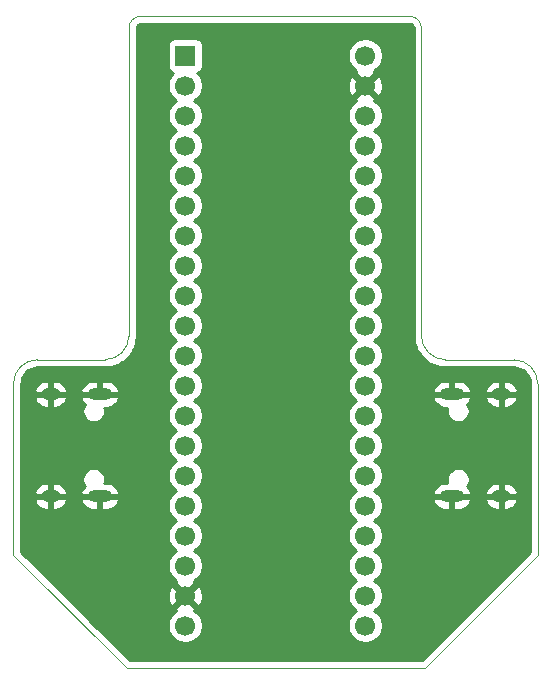
<source format=gbr>
%TF.GenerationSoftware,KiCad,Pcbnew,(5.1.10-1-10_14)*%
%TF.CreationDate,2021-07-13T06:28:44-07:00*%
%TF.ProjectId,Synapse,53796e61-7073-4652-9e6b-696361645f70,rev?*%
%TF.SameCoordinates,Original*%
%TF.FileFunction,Copper,L2,Bot*%
%TF.FilePolarity,Positive*%
%FSLAX46Y46*%
G04 Gerber Fmt 4.6, Leading zero omitted, Abs format (unit mm)*
G04 Created by KiCad (PCBNEW (5.1.10-1-10_14)) date 2021-07-13 06:28:44*
%MOMM*%
%LPD*%
G01*
G04 APERTURE LIST*
%TA.AperFunction,Profile*%
%ADD10C,0.050000*%
%TD*%
%TA.AperFunction,ComponentPad*%
%ADD11O,2.100000X1.000000*%
%TD*%
%TA.AperFunction,ComponentPad*%
%ADD12O,1.600000X1.000000*%
%TD*%
%TA.AperFunction,ComponentPad*%
%ADD13C,1.700000*%
%TD*%
%TA.AperFunction,ComponentPad*%
%ADD14R,1.700000X1.700000*%
%TD*%
%TA.AperFunction,Conductor*%
%ADD15C,0.254000*%
%TD*%
%TA.AperFunction,Conductor*%
%ADD16C,0.100000*%
%TD*%
G04 APERTURE END LIST*
D10*
X163474400Y-75285600D02*
X173050200Y-65684400D01*
X138277600Y-75285600D02*
X128651000Y-65684400D01*
X171018200Y-49149000D02*
G75*
G02*
X173050200Y-51181000I0J-2032000D01*
G01*
X128651000Y-51181000D02*
G75*
G02*
X130683000Y-49149000I2032000J0D01*
G01*
X163195000Y-47117000D02*
X163195000Y-21082000D01*
X138430000Y-47117000D02*
X138430000Y-21082000D01*
X165227000Y-49149000D02*
X171018200Y-49149000D01*
X136398000Y-49149000D02*
X130683000Y-49149000D01*
X165227000Y-49149000D02*
G75*
G02*
X163195000Y-47117000I0J2032000D01*
G01*
X138430000Y-47117000D02*
G75*
G02*
X136398000Y-49149000I-2032000J0D01*
G01*
X139446000Y-20066000D02*
X162179000Y-20066000D01*
X128651000Y-65684400D02*
X128651000Y-51181000D01*
X163474400Y-75285600D02*
X138277600Y-75285600D01*
X173050200Y-51181000D02*
X173050200Y-65684400D01*
X162179000Y-20066000D02*
G75*
G02*
X163195000Y-21082000I0J-1016000D01*
G01*
X138430000Y-21082000D02*
G75*
G02*
X139446000Y-20066000I1016000J0D01*
G01*
D11*
%TO.P,USB1,S1*%
%TO.N,/GND*%
X135972000Y-60708000D03*
X135972000Y-52068000D03*
D12*
X131792000Y-52068000D03*
X131792000Y-60708000D03*
%TD*%
D13*
%TO.P,U1,40*%
%TO.N,N/C*%
X158440000Y-23400000D03*
D14*
%TO.P,U1,1*%
X143200000Y-23400000D03*
D13*
%TO.P,U1,39*%
%TO.N,/GND*%
X158440000Y-25940000D03*
%TO.P,U1,2*%
%TO.N,N/C*%
X143200000Y-25940000D03*
%TO.P,U1,38*%
X158440000Y-28480000D03*
%TO.P,U1,3*%
X143200000Y-28480000D03*
%TO.P,U1,37*%
X158440000Y-31020000D03*
%TO.P,U1,4*%
X143200000Y-31020000D03*
%TO.P,U1,36*%
X158440000Y-33560000D03*
%TO.P,U1,5*%
X143200000Y-33560000D03*
%TO.P,U1,35*%
X158440000Y-36100000D03*
%TO.P,U1,6*%
X143200000Y-36100000D03*
%TO.P,U1,34*%
X158440000Y-38640000D03*
%TO.P,U1,7*%
X143200000Y-38640000D03*
%TO.P,U1,33*%
X158440000Y-41180000D03*
%TO.P,U1,8*%
X143200000Y-41180000D03*
%TO.P,U1,32*%
X158440000Y-43720000D03*
%TO.P,U1,9*%
X143200000Y-43720000D03*
%TO.P,U1,31*%
X158440000Y-46260000D03*
%TO.P,U1,10*%
X143200000Y-46260000D03*
%TO.P,U1,30*%
X158440000Y-48800000D03*
%TO.P,U1,11*%
X143200000Y-48800000D03*
%TO.P,U1,29*%
X158440000Y-51340000D03*
%TO.P,U1,12*%
X143200000Y-51340000D03*
%TO.P,U1,28*%
X158440000Y-53880000D03*
%TO.P,U1,13*%
X143200000Y-53880000D03*
%TO.P,U1,27*%
X158440000Y-56420000D03*
%TO.P,U1,14*%
%TO.N,Net-(J1-PadA6)*%
X143200000Y-56420000D03*
%TO.P,U1,26*%
%TO.N,N/C*%
X158440000Y-58960000D03*
%TO.P,U1,15*%
%TO.N,Net-(J1-PadA7)*%
X143200000Y-58960000D03*
%TO.P,U1,25*%
%TO.N,N/C*%
X158440000Y-61500000D03*
%TO.P,U1,16*%
X143200000Y-61500000D03*
%TO.P,U1,24*%
X158440000Y-64040000D03*
%TO.P,U1,17*%
X143200000Y-64040000D03*
%TO.P,U1,23*%
X158440000Y-66580000D03*
%TO.P,U1,18*%
%TO.N,Net-(J1-PadA4)*%
X143200000Y-66580000D03*
%TO.P,U1,22*%
%TO.N,N/C*%
X158440000Y-69120000D03*
%TO.P,U1,19*%
%TO.N,/GND*%
X143200000Y-69120000D03*
%TO.P,U1,21*%
%TO.N,N/C*%
X158440000Y-71660000D03*
%TO.P,U1,20*%
X143200000Y-71660000D03*
%TD*%
D11*
%TO.P,USB2,S1*%
%TO.N,/GND*%
X165780000Y-52068000D03*
X165780000Y-60708000D03*
D12*
X169960000Y-60708000D03*
X169960000Y-52068000D03*
%TD*%
D15*
%TO.N,/GND*%
X162247533Y-20735885D02*
X162313457Y-20755789D01*
X162374255Y-20788115D01*
X162427619Y-20831639D01*
X162471512Y-20884696D01*
X162504266Y-20945271D01*
X162524628Y-21011053D01*
X162535001Y-21109740D01*
X162535000Y-47149418D01*
X162537854Y-47178396D01*
X162537766Y-47191003D01*
X162538665Y-47200174D01*
X162580118Y-47594577D01*
X162592148Y-47653183D01*
X162603355Y-47711935D01*
X162606019Y-47720757D01*
X162723290Y-48099599D01*
X162746474Y-48154750D01*
X162768880Y-48210208D01*
X162773206Y-48218345D01*
X162961828Y-48567193D01*
X162995283Y-48616792D01*
X163028032Y-48666838D01*
X163033855Y-48673977D01*
X163033858Y-48673981D01*
X163033862Y-48673985D01*
X163286644Y-48979547D01*
X163329061Y-49021669D01*
X163370943Y-49064438D01*
X163378044Y-49070311D01*
X163685369Y-49320960D01*
X163735178Y-49354052D01*
X163784550Y-49387859D01*
X163792656Y-49392241D01*
X164142813Y-49578423D01*
X164198105Y-49601212D01*
X164253101Y-49624784D01*
X164261905Y-49627509D01*
X164641556Y-49742132D01*
X164700250Y-49753754D01*
X164758747Y-49766188D01*
X164767911Y-49767151D01*
X165162596Y-49805850D01*
X165162598Y-49805850D01*
X165194581Y-49809000D01*
X170985921Y-49809000D01*
X171284075Y-49838234D01*
X171539822Y-49915448D01*
X171775704Y-50040869D01*
X171982730Y-50209716D01*
X172153013Y-50415554D01*
X172280079Y-50650556D01*
X172359076Y-50905756D01*
X172390200Y-51201882D01*
X172390201Y-65411530D01*
X163208138Y-74617950D01*
X138494952Y-74570228D01*
X135430378Y-71513740D01*
X141715000Y-71513740D01*
X141715000Y-71806260D01*
X141772068Y-72093158D01*
X141884010Y-72363411D01*
X142046525Y-72606632D01*
X142253368Y-72813475D01*
X142496589Y-72975990D01*
X142766842Y-73087932D01*
X143053740Y-73145000D01*
X143346260Y-73145000D01*
X143633158Y-73087932D01*
X143903411Y-72975990D01*
X144146632Y-72813475D01*
X144353475Y-72606632D01*
X144515990Y-72363411D01*
X144627932Y-72093158D01*
X144685000Y-71806260D01*
X144685000Y-71513740D01*
X144627932Y-71226842D01*
X144515990Y-70956589D01*
X144353475Y-70713368D01*
X144146632Y-70506525D01*
X143973271Y-70390689D01*
X144048792Y-70148397D01*
X143200000Y-69299605D01*
X142351208Y-70148397D01*
X142426729Y-70390689D01*
X142253368Y-70506525D01*
X142046525Y-70713368D01*
X141884010Y-70956589D01*
X141772068Y-71226842D01*
X141715000Y-71513740D01*
X135430378Y-71513740D01*
X133099017Y-69188531D01*
X141709389Y-69188531D01*
X141751401Y-69478019D01*
X141849081Y-69753747D01*
X141922528Y-69891157D01*
X142171603Y-69968792D01*
X143020395Y-69120000D01*
X143379605Y-69120000D01*
X144228397Y-69968792D01*
X144477472Y-69891157D01*
X144603371Y-69627117D01*
X144675339Y-69343589D01*
X144690611Y-69051469D01*
X144648599Y-68761981D01*
X144550919Y-68486253D01*
X144477472Y-68348843D01*
X144228397Y-68271208D01*
X143379605Y-69120000D01*
X143020395Y-69120000D01*
X142171603Y-68271208D01*
X141922528Y-68348843D01*
X141796629Y-68612883D01*
X141724661Y-68896411D01*
X141709389Y-69188531D01*
X133099017Y-69188531D01*
X129311000Y-65410510D01*
X129311000Y-61009874D01*
X130397881Y-61009874D01*
X130477724Y-61232976D01*
X130599631Y-61420764D01*
X130755831Y-61581161D01*
X130940322Y-61708003D01*
X131146013Y-61796415D01*
X131365000Y-61843000D01*
X131665000Y-61843000D01*
X131665000Y-60835000D01*
X131919000Y-60835000D01*
X131919000Y-61843000D01*
X132219000Y-61843000D01*
X132437987Y-61796415D01*
X132643678Y-61708003D01*
X132828169Y-61581161D01*
X132984369Y-61420764D01*
X133106276Y-61232976D01*
X133186119Y-61009874D01*
X134327881Y-61009874D01*
X134407724Y-61232976D01*
X134529631Y-61420764D01*
X134685831Y-61581161D01*
X134870322Y-61708003D01*
X135076013Y-61796415D01*
X135295000Y-61843000D01*
X135845000Y-61843000D01*
X135845000Y-60835000D01*
X136099000Y-60835000D01*
X136099000Y-61843000D01*
X136649000Y-61843000D01*
X136867987Y-61796415D01*
X137073678Y-61708003D01*
X137258169Y-61581161D01*
X137414369Y-61420764D01*
X137536276Y-61232976D01*
X137616119Y-61009874D01*
X137489954Y-60835000D01*
X136099000Y-60835000D01*
X135845000Y-60835000D01*
X134454046Y-60835000D01*
X134327881Y-61009874D01*
X133186119Y-61009874D01*
X133059954Y-60835000D01*
X131919000Y-60835000D01*
X131665000Y-60835000D01*
X130524046Y-60835000D01*
X130397881Y-61009874D01*
X129311000Y-61009874D01*
X129311000Y-60406126D01*
X130397881Y-60406126D01*
X130524046Y-60581000D01*
X131665000Y-60581000D01*
X131665000Y-59573000D01*
X131919000Y-59573000D01*
X131919000Y-60581000D01*
X133059954Y-60581000D01*
X133186119Y-60406126D01*
X134327881Y-60406126D01*
X134454046Y-60581000D01*
X135845000Y-60581000D01*
X135845000Y-60561000D01*
X136099000Y-60561000D01*
X136099000Y-60581000D01*
X137489954Y-60581000D01*
X137616119Y-60406126D01*
X137536276Y-60183024D01*
X137414369Y-59995236D01*
X137258169Y-59834839D01*
X137073678Y-59707997D01*
X136867987Y-59619585D01*
X136649000Y-59573000D01*
X136358904Y-59573000D01*
X136365108Y-59558022D01*
X136402000Y-59372552D01*
X136402000Y-59183448D01*
X136365108Y-58997978D01*
X136292741Y-58823269D01*
X136187681Y-58666036D01*
X136053964Y-58532319D01*
X135896731Y-58427259D01*
X135722022Y-58354892D01*
X135536552Y-58318000D01*
X135347448Y-58318000D01*
X135161978Y-58354892D01*
X134987269Y-58427259D01*
X134830036Y-58532319D01*
X134696319Y-58666036D01*
X134591259Y-58823269D01*
X134518892Y-58997978D01*
X134482000Y-59183448D01*
X134482000Y-59372552D01*
X134518892Y-59558022D01*
X134591259Y-59732731D01*
X134670206Y-59850884D01*
X134529631Y-59995236D01*
X134407724Y-60183024D01*
X134327881Y-60406126D01*
X133186119Y-60406126D01*
X133106276Y-60183024D01*
X132984369Y-59995236D01*
X132828169Y-59834839D01*
X132643678Y-59707997D01*
X132437987Y-59619585D01*
X132219000Y-59573000D01*
X131919000Y-59573000D01*
X131665000Y-59573000D01*
X131365000Y-59573000D01*
X131146013Y-59619585D01*
X130940322Y-59707997D01*
X130755831Y-59834839D01*
X130599631Y-59995236D01*
X130477724Y-60183024D01*
X130397881Y-60406126D01*
X129311000Y-60406126D01*
X129311000Y-52369874D01*
X130397881Y-52369874D01*
X130477724Y-52592976D01*
X130599631Y-52780764D01*
X130755831Y-52941161D01*
X130940322Y-53068003D01*
X131146013Y-53156415D01*
X131365000Y-53203000D01*
X131665000Y-53203000D01*
X131665000Y-52195000D01*
X131919000Y-52195000D01*
X131919000Y-53203000D01*
X132219000Y-53203000D01*
X132437987Y-53156415D01*
X132643678Y-53068003D01*
X132828169Y-52941161D01*
X132984369Y-52780764D01*
X133106276Y-52592976D01*
X133186119Y-52369874D01*
X134327881Y-52369874D01*
X134407724Y-52592976D01*
X134529631Y-52780764D01*
X134670206Y-52925116D01*
X134591259Y-53043269D01*
X134518892Y-53217978D01*
X134482000Y-53403448D01*
X134482000Y-53592552D01*
X134518892Y-53778022D01*
X134591259Y-53952731D01*
X134696319Y-54109964D01*
X134830036Y-54243681D01*
X134987269Y-54348741D01*
X135161978Y-54421108D01*
X135347448Y-54458000D01*
X135536552Y-54458000D01*
X135722022Y-54421108D01*
X135896731Y-54348741D01*
X136053964Y-54243681D01*
X136187681Y-54109964D01*
X136292741Y-53952731D01*
X136365108Y-53778022D01*
X136402000Y-53592552D01*
X136402000Y-53403448D01*
X136365108Y-53217978D01*
X136358904Y-53203000D01*
X136649000Y-53203000D01*
X136867987Y-53156415D01*
X137073678Y-53068003D01*
X137258169Y-52941161D01*
X137414369Y-52780764D01*
X137536276Y-52592976D01*
X137616119Y-52369874D01*
X137489954Y-52195000D01*
X136099000Y-52195000D01*
X136099000Y-52215000D01*
X135845000Y-52215000D01*
X135845000Y-52195000D01*
X134454046Y-52195000D01*
X134327881Y-52369874D01*
X133186119Y-52369874D01*
X133059954Y-52195000D01*
X131919000Y-52195000D01*
X131665000Y-52195000D01*
X130524046Y-52195000D01*
X130397881Y-52369874D01*
X129311000Y-52369874D01*
X129311000Y-51766126D01*
X130397881Y-51766126D01*
X130524046Y-51941000D01*
X131665000Y-51941000D01*
X131665000Y-50933000D01*
X131919000Y-50933000D01*
X131919000Y-51941000D01*
X133059954Y-51941000D01*
X133186119Y-51766126D01*
X134327881Y-51766126D01*
X134454046Y-51941000D01*
X135845000Y-51941000D01*
X135845000Y-50933000D01*
X136099000Y-50933000D01*
X136099000Y-51941000D01*
X137489954Y-51941000D01*
X137616119Y-51766126D01*
X137536276Y-51543024D01*
X137414369Y-51355236D01*
X137258169Y-51194839D01*
X137073678Y-51067997D01*
X136867987Y-50979585D01*
X136649000Y-50933000D01*
X136099000Y-50933000D01*
X135845000Y-50933000D01*
X135295000Y-50933000D01*
X135076013Y-50979585D01*
X134870322Y-51067997D01*
X134685831Y-51194839D01*
X134529631Y-51355236D01*
X134407724Y-51543024D01*
X134327881Y-51766126D01*
X133186119Y-51766126D01*
X133106276Y-51543024D01*
X132984369Y-51355236D01*
X132828169Y-51194839D01*
X132643678Y-51067997D01*
X132437987Y-50979585D01*
X132219000Y-50933000D01*
X131919000Y-50933000D01*
X131665000Y-50933000D01*
X131365000Y-50933000D01*
X131146013Y-50979585D01*
X130940322Y-51067997D01*
X130755831Y-51194839D01*
X130599631Y-51355236D01*
X130477724Y-51543024D01*
X130397881Y-51766126D01*
X129311000Y-51766126D01*
X129311000Y-51213279D01*
X129340234Y-50915125D01*
X129417448Y-50659378D01*
X129542869Y-50423496D01*
X129711716Y-50216470D01*
X129917554Y-50046187D01*
X130152556Y-49919121D01*
X130407756Y-49840124D01*
X130703882Y-49809000D01*
X136430419Y-49809000D01*
X136459397Y-49806146D01*
X136472003Y-49806234D01*
X136481174Y-49805335D01*
X136875577Y-49763882D01*
X136934183Y-49751852D01*
X136992935Y-49740645D01*
X137001757Y-49737981D01*
X137380599Y-49620710D01*
X137435750Y-49597526D01*
X137491208Y-49575120D01*
X137499345Y-49570794D01*
X137848193Y-49382172D01*
X137897792Y-49348717D01*
X137947838Y-49315968D01*
X137954977Y-49310145D01*
X137954981Y-49310142D01*
X137954985Y-49310138D01*
X138260547Y-49057356D01*
X138302669Y-49014939D01*
X138345438Y-48973057D01*
X138351311Y-48965956D01*
X138601960Y-48658631D01*
X138635052Y-48608822D01*
X138668859Y-48559450D01*
X138673241Y-48551344D01*
X138859423Y-48201187D01*
X138882212Y-48145895D01*
X138905784Y-48090899D01*
X138908509Y-48082095D01*
X139023132Y-47702444D01*
X139034754Y-47643750D01*
X139047188Y-47585253D01*
X139048151Y-47576089D01*
X139086850Y-47181404D01*
X139086850Y-47181402D01*
X139090000Y-47149419D01*
X139090000Y-22550000D01*
X141711928Y-22550000D01*
X141711928Y-24250000D01*
X141724188Y-24374482D01*
X141760498Y-24494180D01*
X141819463Y-24604494D01*
X141898815Y-24701185D01*
X141995506Y-24780537D01*
X142105820Y-24839502D01*
X142178380Y-24861513D01*
X142046525Y-24993368D01*
X141884010Y-25236589D01*
X141772068Y-25506842D01*
X141715000Y-25793740D01*
X141715000Y-26086260D01*
X141772068Y-26373158D01*
X141884010Y-26643411D01*
X142046525Y-26886632D01*
X142253368Y-27093475D01*
X142427760Y-27210000D01*
X142253368Y-27326525D01*
X142046525Y-27533368D01*
X141884010Y-27776589D01*
X141772068Y-28046842D01*
X141715000Y-28333740D01*
X141715000Y-28626260D01*
X141772068Y-28913158D01*
X141884010Y-29183411D01*
X142046525Y-29426632D01*
X142253368Y-29633475D01*
X142427760Y-29750000D01*
X142253368Y-29866525D01*
X142046525Y-30073368D01*
X141884010Y-30316589D01*
X141772068Y-30586842D01*
X141715000Y-30873740D01*
X141715000Y-31166260D01*
X141772068Y-31453158D01*
X141884010Y-31723411D01*
X142046525Y-31966632D01*
X142253368Y-32173475D01*
X142427760Y-32290000D01*
X142253368Y-32406525D01*
X142046525Y-32613368D01*
X141884010Y-32856589D01*
X141772068Y-33126842D01*
X141715000Y-33413740D01*
X141715000Y-33706260D01*
X141772068Y-33993158D01*
X141884010Y-34263411D01*
X142046525Y-34506632D01*
X142253368Y-34713475D01*
X142427760Y-34830000D01*
X142253368Y-34946525D01*
X142046525Y-35153368D01*
X141884010Y-35396589D01*
X141772068Y-35666842D01*
X141715000Y-35953740D01*
X141715000Y-36246260D01*
X141772068Y-36533158D01*
X141884010Y-36803411D01*
X142046525Y-37046632D01*
X142253368Y-37253475D01*
X142427760Y-37370000D01*
X142253368Y-37486525D01*
X142046525Y-37693368D01*
X141884010Y-37936589D01*
X141772068Y-38206842D01*
X141715000Y-38493740D01*
X141715000Y-38786260D01*
X141772068Y-39073158D01*
X141884010Y-39343411D01*
X142046525Y-39586632D01*
X142253368Y-39793475D01*
X142427760Y-39910000D01*
X142253368Y-40026525D01*
X142046525Y-40233368D01*
X141884010Y-40476589D01*
X141772068Y-40746842D01*
X141715000Y-41033740D01*
X141715000Y-41326260D01*
X141772068Y-41613158D01*
X141884010Y-41883411D01*
X142046525Y-42126632D01*
X142253368Y-42333475D01*
X142427760Y-42450000D01*
X142253368Y-42566525D01*
X142046525Y-42773368D01*
X141884010Y-43016589D01*
X141772068Y-43286842D01*
X141715000Y-43573740D01*
X141715000Y-43866260D01*
X141772068Y-44153158D01*
X141884010Y-44423411D01*
X142046525Y-44666632D01*
X142253368Y-44873475D01*
X142427760Y-44990000D01*
X142253368Y-45106525D01*
X142046525Y-45313368D01*
X141884010Y-45556589D01*
X141772068Y-45826842D01*
X141715000Y-46113740D01*
X141715000Y-46406260D01*
X141772068Y-46693158D01*
X141884010Y-46963411D01*
X142046525Y-47206632D01*
X142253368Y-47413475D01*
X142427760Y-47530000D01*
X142253368Y-47646525D01*
X142046525Y-47853368D01*
X141884010Y-48096589D01*
X141772068Y-48366842D01*
X141715000Y-48653740D01*
X141715000Y-48946260D01*
X141772068Y-49233158D01*
X141884010Y-49503411D01*
X142046525Y-49746632D01*
X142253368Y-49953475D01*
X142427760Y-50070000D01*
X142253368Y-50186525D01*
X142046525Y-50393368D01*
X141884010Y-50636589D01*
X141772068Y-50906842D01*
X141715000Y-51193740D01*
X141715000Y-51486260D01*
X141772068Y-51773158D01*
X141884010Y-52043411D01*
X142046525Y-52286632D01*
X142253368Y-52493475D01*
X142427760Y-52610000D01*
X142253368Y-52726525D01*
X142046525Y-52933368D01*
X141884010Y-53176589D01*
X141772068Y-53446842D01*
X141715000Y-53733740D01*
X141715000Y-54026260D01*
X141772068Y-54313158D01*
X141884010Y-54583411D01*
X142046525Y-54826632D01*
X142253368Y-55033475D01*
X142427760Y-55150000D01*
X142253368Y-55266525D01*
X142046525Y-55473368D01*
X141884010Y-55716589D01*
X141772068Y-55986842D01*
X141715000Y-56273740D01*
X141715000Y-56566260D01*
X141772068Y-56853158D01*
X141884010Y-57123411D01*
X142046525Y-57366632D01*
X142253368Y-57573475D01*
X142427760Y-57690000D01*
X142253368Y-57806525D01*
X142046525Y-58013368D01*
X141884010Y-58256589D01*
X141772068Y-58526842D01*
X141715000Y-58813740D01*
X141715000Y-59106260D01*
X141772068Y-59393158D01*
X141884010Y-59663411D01*
X142046525Y-59906632D01*
X142253368Y-60113475D01*
X142427760Y-60230000D01*
X142253368Y-60346525D01*
X142046525Y-60553368D01*
X141884010Y-60796589D01*
X141772068Y-61066842D01*
X141715000Y-61353740D01*
X141715000Y-61646260D01*
X141772068Y-61933158D01*
X141884010Y-62203411D01*
X142046525Y-62446632D01*
X142253368Y-62653475D01*
X142427760Y-62770000D01*
X142253368Y-62886525D01*
X142046525Y-63093368D01*
X141884010Y-63336589D01*
X141772068Y-63606842D01*
X141715000Y-63893740D01*
X141715000Y-64186260D01*
X141772068Y-64473158D01*
X141884010Y-64743411D01*
X142046525Y-64986632D01*
X142253368Y-65193475D01*
X142427760Y-65310000D01*
X142253368Y-65426525D01*
X142046525Y-65633368D01*
X141884010Y-65876589D01*
X141772068Y-66146842D01*
X141715000Y-66433740D01*
X141715000Y-66726260D01*
X141772068Y-67013158D01*
X141884010Y-67283411D01*
X142046525Y-67526632D01*
X142253368Y-67733475D01*
X142426729Y-67849311D01*
X142351208Y-68091603D01*
X143200000Y-68940395D01*
X144048792Y-68091603D01*
X143973271Y-67849311D01*
X144146632Y-67733475D01*
X144353475Y-67526632D01*
X144515990Y-67283411D01*
X144627932Y-67013158D01*
X144685000Y-66726260D01*
X144685000Y-66433740D01*
X144627932Y-66146842D01*
X144515990Y-65876589D01*
X144353475Y-65633368D01*
X144146632Y-65426525D01*
X143972240Y-65310000D01*
X144146632Y-65193475D01*
X144353475Y-64986632D01*
X144515990Y-64743411D01*
X144627932Y-64473158D01*
X144685000Y-64186260D01*
X144685000Y-63893740D01*
X144627932Y-63606842D01*
X144515990Y-63336589D01*
X144353475Y-63093368D01*
X144146632Y-62886525D01*
X143972240Y-62770000D01*
X144146632Y-62653475D01*
X144353475Y-62446632D01*
X144515990Y-62203411D01*
X144627932Y-61933158D01*
X144685000Y-61646260D01*
X144685000Y-61353740D01*
X144627932Y-61066842D01*
X144515990Y-60796589D01*
X144353475Y-60553368D01*
X144146632Y-60346525D01*
X143972240Y-60230000D01*
X144146632Y-60113475D01*
X144353475Y-59906632D01*
X144515990Y-59663411D01*
X144627932Y-59393158D01*
X144685000Y-59106260D01*
X144685000Y-58813740D01*
X144627932Y-58526842D01*
X144515990Y-58256589D01*
X144353475Y-58013368D01*
X144146632Y-57806525D01*
X143972240Y-57690000D01*
X144146632Y-57573475D01*
X144353475Y-57366632D01*
X144515990Y-57123411D01*
X144627932Y-56853158D01*
X144685000Y-56566260D01*
X144685000Y-56273740D01*
X144627932Y-55986842D01*
X144515990Y-55716589D01*
X144353475Y-55473368D01*
X144146632Y-55266525D01*
X143972240Y-55150000D01*
X144146632Y-55033475D01*
X144353475Y-54826632D01*
X144515990Y-54583411D01*
X144627932Y-54313158D01*
X144685000Y-54026260D01*
X144685000Y-53733740D01*
X144627932Y-53446842D01*
X144515990Y-53176589D01*
X144353475Y-52933368D01*
X144146632Y-52726525D01*
X143972240Y-52610000D01*
X144146632Y-52493475D01*
X144353475Y-52286632D01*
X144515990Y-52043411D01*
X144627932Y-51773158D01*
X144685000Y-51486260D01*
X144685000Y-51193740D01*
X144627932Y-50906842D01*
X144515990Y-50636589D01*
X144353475Y-50393368D01*
X144146632Y-50186525D01*
X143972240Y-50070000D01*
X144146632Y-49953475D01*
X144353475Y-49746632D01*
X144515990Y-49503411D01*
X144627932Y-49233158D01*
X144685000Y-48946260D01*
X144685000Y-48653740D01*
X144627932Y-48366842D01*
X144515990Y-48096589D01*
X144353475Y-47853368D01*
X144146632Y-47646525D01*
X143972240Y-47530000D01*
X144146632Y-47413475D01*
X144353475Y-47206632D01*
X144515990Y-46963411D01*
X144627932Y-46693158D01*
X144685000Y-46406260D01*
X144685000Y-46113740D01*
X144627932Y-45826842D01*
X144515990Y-45556589D01*
X144353475Y-45313368D01*
X144146632Y-45106525D01*
X143972240Y-44990000D01*
X144146632Y-44873475D01*
X144353475Y-44666632D01*
X144515990Y-44423411D01*
X144627932Y-44153158D01*
X144685000Y-43866260D01*
X144685000Y-43573740D01*
X144627932Y-43286842D01*
X144515990Y-43016589D01*
X144353475Y-42773368D01*
X144146632Y-42566525D01*
X143972240Y-42450000D01*
X144146632Y-42333475D01*
X144353475Y-42126632D01*
X144515990Y-41883411D01*
X144627932Y-41613158D01*
X144685000Y-41326260D01*
X144685000Y-41033740D01*
X144627932Y-40746842D01*
X144515990Y-40476589D01*
X144353475Y-40233368D01*
X144146632Y-40026525D01*
X143972240Y-39910000D01*
X144146632Y-39793475D01*
X144353475Y-39586632D01*
X144515990Y-39343411D01*
X144627932Y-39073158D01*
X144685000Y-38786260D01*
X144685000Y-38493740D01*
X144627932Y-38206842D01*
X144515990Y-37936589D01*
X144353475Y-37693368D01*
X144146632Y-37486525D01*
X143972240Y-37370000D01*
X144146632Y-37253475D01*
X144353475Y-37046632D01*
X144515990Y-36803411D01*
X144627932Y-36533158D01*
X144685000Y-36246260D01*
X144685000Y-35953740D01*
X144627932Y-35666842D01*
X144515990Y-35396589D01*
X144353475Y-35153368D01*
X144146632Y-34946525D01*
X143972240Y-34830000D01*
X144146632Y-34713475D01*
X144353475Y-34506632D01*
X144515990Y-34263411D01*
X144627932Y-33993158D01*
X144685000Y-33706260D01*
X144685000Y-33413740D01*
X144627932Y-33126842D01*
X144515990Y-32856589D01*
X144353475Y-32613368D01*
X144146632Y-32406525D01*
X143972240Y-32290000D01*
X144146632Y-32173475D01*
X144353475Y-31966632D01*
X144515990Y-31723411D01*
X144627932Y-31453158D01*
X144685000Y-31166260D01*
X144685000Y-30873740D01*
X144627932Y-30586842D01*
X144515990Y-30316589D01*
X144353475Y-30073368D01*
X144146632Y-29866525D01*
X143972240Y-29750000D01*
X144146632Y-29633475D01*
X144353475Y-29426632D01*
X144515990Y-29183411D01*
X144627932Y-28913158D01*
X144685000Y-28626260D01*
X144685000Y-28333740D01*
X156955000Y-28333740D01*
X156955000Y-28626260D01*
X157012068Y-28913158D01*
X157124010Y-29183411D01*
X157286525Y-29426632D01*
X157493368Y-29633475D01*
X157667760Y-29750000D01*
X157493368Y-29866525D01*
X157286525Y-30073368D01*
X157124010Y-30316589D01*
X157012068Y-30586842D01*
X156955000Y-30873740D01*
X156955000Y-31166260D01*
X157012068Y-31453158D01*
X157124010Y-31723411D01*
X157286525Y-31966632D01*
X157493368Y-32173475D01*
X157667760Y-32290000D01*
X157493368Y-32406525D01*
X157286525Y-32613368D01*
X157124010Y-32856589D01*
X157012068Y-33126842D01*
X156955000Y-33413740D01*
X156955000Y-33706260D01*
X157012068Y-33993158D01*
X157124010Y-34263411D01*
X157286525Y-34506632D01*
X157493368Y-34713475D01*
X157667760Y-34830000D01*
X157493368Y-34946525D01*
X157286525Y-35153368D01*
X157124010Y-35396589D01*
X157012068Y-35666842D01*
X156955000Y-35953740D01*
X156955000Y-36246260D01*
X157012068Y-36533158D01*
X157124010Y-36803411D01*
X157286525Y-37046632D01*
X157493368Y-37253475D01*
X157667760Y-37370000D01*
X157493368Y-37486525D01*
X157286525Y-37693368D01*
X157124010Y-37936589D01*
X157012068Y-38206842D01*
X156955000Y-38493740D01*
X156955000Y-38786260D01*
X157012068Y-39073158D01*
X157124010Y-39343411D01*
X157286525Y-39586632D01*
X157493368Y-39793475D01*
X157667760Y-39910000D01*
X157493368Y-40026525D01*
X157286525Y-40233368D01*
X157124010Y-40476589D01*
X157012068Y-40746842D01*
X156955000Y-41033740D01*
X156955000Y-41326260D01*
X157012068Y-41613158D01*
X157124010Y-41883411D01*
X157286525Y-42126632D01*
X157493368Y-42333475D01*
X157667760Y-42450000D01*
X157493368Y-42566525D01*
X157286525Y-42773368D01*
X157124010Y-43016589D01*
X157012068Y-43286842D01*
X156955000Y-43573740D01*
X156955000Y-43866260D01*
X157012068Y-44153158D01*
X157124010Y-44423411D01*
X157286525Y-44666632D01*
X157493368Y-44873475D01*
X157667760Y-44990000D01*
X157493368Y-45106525D01*
X157286525Y-45313368D01*
X157124010Y-45556589D01*
X157012068Y-45826842D01*
X156955000Y-46113740D01*
X156955000Y-46406260D01*
X157012068Y-46693158D01*
X157124010Y-46963411D01*
X157286525Y-47206632D01*
X157493368Y-47413475D01*
X157667760Y-47530000D01*
X157493368Y-47646525D01*
X157286525Y-47853368D01*
X157124010Y-48096589D01*
X157012068Y-48366842D01*
X156955000Y-48653740D01*
X156955000Y-48946260D01*
X157012068Y-49233158D01*
X157124010Y-49503411D01*
X157286525Y-49746632D01*
X157493368Y-49953475D01*
X157667760Y-50070000D01*
X157493368Y-50186525D01*
X157286525Y-50393368D01*
X157124010Y-50636589D01*
X157012068Y-50906842D01*
X156955000Y-51193740D01*
X156955000Y-51486260D01*
X157012068Y-51773158D01*
X157124010Y-52043411D01*
X157286525Y-52286632D01*
X157493368Y-52493475D01*
X157667760Y-52610000D01*
X157493368Y-52726525D01*
X157286525Y-52933368D01*
X157124010Y-53176589D01*
X157012068Y-53446842D01*
X156955000Y-53733740D01*
X156955000Y-54026260D01*
X157012068Y-54313158D01*
X157124010Y-54583411D01*
X157286525Y-54826632D01*
X157493368Y-55033475D01*
X157667760Y-55150000D01*
X157493368Y-55266525D01*
X157286525Y-55473368D01*
X157124010Y-55716589D01*
X157012068Y-55986842D01*
X156955000Y-56273740D01*
X156955000Y-56566260D01*
X157012068Y-56853158D01*
X157124010Y-57123411D01*
X157286525Y-57366632D01*
X157493368Y-57573475D01*
X157667760Y-57690000D01*
X157493368Y-57806525D01*
X157286525Y-58013368D01*
X157124010Y-58256589D01*
X157012068Y-58526842D01*
X156955000Y-58813740D01*
X156955000Y-59106260D01*
X157012068Y-59393158D01*
X157124010Y-59663411D01*
X157286525Y-59906632D01*
X157493368Y-60113475D01*
X157667760Y-60230000D01*
X157493368Y-60346525D01*
X157286525Y-60553368D01*
X157124010Y-60796589D01*
X157012068Y-61066842D01*
X156955000Y-61353740D01*
X156955000Y-61646260D01*
X157012068Y-61933158D01*
X157124010Y-62203411D01*
X157286525Y-62446632D01*
X157493368Y-62653475D01*
X157667760Y-62770000D01*
X157493368Y-62886525D01*
X157286525Y-63093368D01*
X157124010Y-63336589D01*
X157012068Y-63606842D01*
X156955000Y-63893740D01*
X156955000Y-64186260D01*
X157012068Y-64473158D01*
X157124010Y-64743411D01*
X157286525Y-64986632D01*
X157493368Y-65193475D01*
X157667760Y-65310000D01*
X157493368Y-65426525D01*
X157286525Y-65633368D01*
X157124010Y-65876589D01*
X157012068Y-66146842D01*
X156955000Y-66433740D01*
X156955000Y-66726260D01*
X157012068Y-67013158D01*
X157124010Y-67283411D01*
X157286525Y-67526632D01*
X157493368Y-67733475D01*
X157667760Y-67850000D01*
X157493368Y-67966525D01*
X157286525Y-68173368D01*
X157124010Y-68416589D01*
X157012068Y-68686842D01*
X156955000Y-68973740D01*
X156955000Y-69266260D01*
X157012068Y-69553158D01*
X157124010Y-69823411D01*
X157286525Y-70066632D01*
X157493368Y-70273475D01*
X157667760Y-70390000D01*
X157493368Y-70506525D01*
X157286525Y-70713368D01*
X157124010Y-70956589D01*
X157012068Y-71226842D01*
X156955000Y-71513740D01*
X156955000Y-71806260D01*
X157012068Y-72093158D01*
X157124010Y-72363411D01*
X157286525Y-72606632D01*
X157493368Y-72813475D01*
X157736589Y-72975990D01*
X158006842Y-73087932D01*
X158293740Y-73145000D01*
X158586260Y-73145000D01*
X158873158Y-73087932D01*
X159143411Y-72975990D01*
X159386632Y-72813475D01*
X159593475Y-72606632D01*
X159755990Y-72363411D01*
X159867932Y-72093158D01*
X159925000Y-71806260D01*
X159925000Y-71513740D01*
X159867932Y-71226842D01*
X159755990Y-70956589D01*
X159593475Y-70713368D01*
X159386632Y-70506525D01*
X159212240Y-70390000D01*
X159386632Y-70273475D01*
X159593475Y-70066632D01*
X159755990Y-69823411D01*
X159867932Y-69553158D01*
X159925000Y-69266260D01*
X159925000Y-68973740D01*
X159867932Y-68686842D01*
X159755990Y-68416589D01*
X159593475Y-68173368D01*
X159386632Y-67966525D01*
X159212240Y-67850000D01*
X159386632Y-67733475D01*
X159593475Y-67526632D01*
X159755990Y-67283411D01*
X159867932Y-67013158D01*
X159925000Y-66726260D01*
X159925000Y-66433740D01*
X159867932Y-66146842D01*
X159755990Y-65876589D01*
X159593475Y-65633368D01*
X159386632Y-65426525D01*
X159212240Y-65310000D01*
X159386632Y-65193475D01*
X159593475Y-64986632D01*
X159755990Y-64743411D01*
X159867932Y-64473158D01*
X159925000Y-64186260D01*
X159925000Y-63893740D01*
X159867932Y-63606842D01*
X159755990Y-63336589D01*
X159593475Y-63093368D01*
X159386632Y-62886525D01*
X159212240Y-62770000D01*
X159386632Y-62653475D01*
X159593475Y-62446632D01*
X159755990Y-62203411D01*
X159867932Y-61933158D01*
X159925000Y-61646260D01*
X159925000Y-61353740D01*
X159867932Y-61066842D01*
X159844336Y-61009874D01*
X164135881Y-61009874D01*
X164215724Y-61232976D01*
X164337631Y-61420764D01*
X164493831Y-61581161D01*
X164678322Y-61708003D01*
X164884013Y-61796415D01*
X165103000Y-61843000D01*
X165653000Y-61843000D01*
X165653000Y-60835000D01*
X165907000Y-60835000D01*
X165907000Y-61843000D01*
X166457000Y-61843000D01*
X166675987Y-61796415D01*
X166881678Y-61708003D01*
X167066169Y-61581161D01*
X167222369Y-61420764D01*
X167344276Y-61232976D01*
X167424119Y-61009874D01*
X168565881Y-61009874D01*
X168645724Y-61232976D01*
X168767631Y-61420764D01*
X168923831Y-61581161D01*
X169108322Y-61708003D01*
X169314013Y-61796415D01*
X169533000Y-61843000D01*
X169833000Y-61843000D01*
X169833000Y-60835000D01*
X170087000Y-60835000D01*
X170087000Y-61843000D01*
X170387000Y-61843000D01*
X170605987Y-61796415D01*
X170811678Y-61708003D01*
X170996169Y-61581161D01*
X171152369Y-61420764D01*
X171274276Y-61232976D01*
X171354119Y-61009874D01*
X171227954Y-60835000D01*
X170087000Y-60835000D01*
X169833000Y-60835000D01*
X168692046Y-60835000D01*
X168565881Y-61009874D01*
X167424119Y-61009874D01*
X167297954Y-60835000D01*
X165907000Y-60835000D01*
X165653000Y-60835000D01*
X164262046Y-60835000D01*
X164135881Y-61009874D01*
X159844336Y-61009874D01*
X159755990Y-60796589D01*
X159593475Y-60553368D01*
X159446233Y-60406126D01*
X164135881Y-60406126D01*
X164262046Y-60581000D01*
X165653000Y-60581000D01*
X165653000Y-60561000D01*
X165907000Y-60561000D01*
X165907000Y-60581000D01*
X167297954Y-60581000D01*
X167424119Y-60406126D01*
X168565881Y-60406126D01*
X168692046Y-60581000D01*
X169833000Y-60581000D01*
X169833000Y-59573000D01*
X170087000Y-59573000D01*
X170087000Y-60581000D01*
X171227954Y-60581000D01*
X171354119Y-60406126D01*
X171274276Y-60183024D01*
X171152369Y-59995236D01*
X170996169Y-59834839D01*
X170811678Y-59707997D01*
X170605987Y-59619585D01*
X170387000Y-59573000D01*
X170087000Y-59573000D01*
X169833000Y-59573000D01*
X169533000Y-59573000D01*
X169314013Y-59619585D01*
X169108322Y-59707997D01*
X168923831Y-59834839D01*
X168767631Y-59995236D01*
X168645724Y-60183024D01*
X168565881Y-60406126D01*
X167424119Y-60406126D01*
X167344276Y-60183024D01*
X167222369Y-59995236D01*
X167081794Y-59850884D01*
X167160741Y-59732731D01*
X167233108Y-59558022D01*
X167270000Y-59372552D01*
X167270000Y-59183448D01*
X167233108Y-58997978D01*
X167160741Y-58823269D01*
X167055681Y-58666036D01*
X166921964Y-58532319D01*
X166764731Y-58427259D01*
X166590022Y-58354892D01*
X166404552Y-58318000D01*
X166215448Y-58318000D01*
X166029978Y-58354892D01*
X165855269Y-58427259D01*
X165698036Y-58532319D01*
X165564319Y-58666036D01*
X165459259Y-58823269D01*
X165386892Y-58997978D01*
X165350000Y-59183448D01*
X165350000Y-59372552D01*
X165386892Y-59558022D01*
X165393096Y-59573000D01*
X165103000Y-59573000D01*
X164884013Y-59619585D01*
X164678322Y-59707997D01*
X164493831Y-59834839D01*
X164337631Y-59995236D01*
X164215724Y-60183024D01*
X164135881Y-60406126D01*
X159446233Y-60406126D01*
X159386632Y-60346525D01*
X159212240Y-60230000D01*
X159386632Y-60113475D01*
X159593475Y-59906632D01*
X159755990Y-59663411D01*
X159867932Y-59393158D01*
X159925000Y-59106260D01*
X159925000Y-58813740D01*
X159867932Y-58526842D01*
X159755990Y-58256589D01*
X159593475Y-58013368D01*
X159386632Y-57806525D01*
X159212240Y-57690000D01*
X159386632Y-57573475D01*
X159593475Y-57366632D01*
X159755990Y-57123411D01*
X159867932Y-56853158D01*
X159925000Y-56566260D01*
X159925000Y-56273740D01*
X159867932Y-55986842D01*
X159755990Y-55716589D01*
X159593475Y-55473368D01*
X159386632Y-55266525D01*
X159212240Y-55150000D01*
X159386632Y-55033475D01*
X159593475Y-54826632D01*
X159755990Y-54583411D01*
X159867932Y-54313158D01*
X159925000Y-54026260D01*
X159925000Y-53733740D01*
X159867932Y-53446842D01*
X159755990Y-53176589D01*
X159593475Y-52933368D01*
X159386632Y-52726525D01*
X159212240Y-52610000D01*
X159386632Y-52493475D01*
X159510233Y-52369874D01*
X164135881Y-52369874D01*
X164215724Y-52592976D01*
X164337631Y-52780764D01*
X164493831Y-52941161D01*
X164678322Y-53068003D01*
X164884013Y-53156415D01*
X165103000Y-53203000D01*
X165393096Y-53203000D01*
X165386892Y-53217978D01*
X165350000Y-53403448D01*
X165350000Y-53592552D01*
X165386892Y-53778022D01*
X165459259Y-53952731D01*
X165564319Y-54109964D01*
X165698036Y-54243681D01*
X165855269Y-54348741D01*
X166029978Y-54421108D01*
X166215448Y-54458000D01*
X166404552Y-54458000D01*
X166590022Y-54421108D01*
X166764731Y-54348741D01*
X166921964Y-54243681D01*
X167055681Y-54109964D01*
X167160741Y-53952731D01*
X167233108Y-53778022D01*
X167270000Y-53592552D01*
X167270000Y-53403448D01*
X167233108Y-53217978D01*
X167160741Y-53043269D01*
X167081794Y-52925116D01*
X167222369Y-52780764D01*
X167344276Y-52592976D01*
X167424119Y-52369874D01*
X168565881Y-52369874D01*
X168645724Y-52592976D01*
X168767631Y-52780764D01*
X168923831Y-52941161D01*
X169108322Y-53068003D01*
X169314013Y-53156415D01*
X169533000Y-53203000D01*
X169833000Y-53203000D01*
X169833000Y-52195000D01*
X170087000Y-52195000D01*
X170087000Y-53203000D01*
X170387000Y-53203000D01*
X170605987Y-53156415D01*
X170811678Y-53068003D01*
X170996169Y-52941161D01*
X171152369Y-52780764D01*
X171274276Y-52592976D01*
X171354119Y-52369874D01*
X171227954Y-52195000D01*
X170087000Y-52195000D01*
X169833000Y-52195000D01*
X168692046Y-52195000D01*
X168565881Y-52369874D01*
X167424119Y-52369874D01*
X167297954Y-52195000D01*
X165907000Y-52195000D01*
X165907000Y-52215000D01*
X165653000Y-52215000D01*
X165653000Y-52195000D01*
X164262046Y-52195000D01*
X164135881Y-52369874D01*
X159510233Y-52369874D01*
X159593475Y-52286632D01*
X159755990Y-52043411D01*
X159867932Y-51773158D01*
X159869330Y-51766126D01*
X164135881Y-51766126D01*
X164262046Y-51941000D01*
X165653000Y-51941000D01*
X165653000Y-50933000D01*
X165907000Y-50933000D01*
X165907000Y-51941000D01*
X167297954Y-51941000D01*
X167424119Y-51766126D01*
X168565881Y-51766126D01*
X168692046Y-51941000D01*
X169833000Y-51941000D01*
X169833000Y-50933000D01*
X170087000Y-50933000D01*
X170087000Y-51941000D01*
X171227954Y-51941000D01*
X171354119Y-51766126D01*
X171274276Y-51543024D01*
X171152369Y-51355236D01*
X170996169Y-51194839D01*
X170811678Y-51067997D01*
X170605987Y-50979585D01*
X170387000Y-50933000D01*
X170087000Y-50933000D01*
X169833000Y-50933000D01*
X169533000Y-50933000D01*
X169314013Y-50979585D01*
X169108322Y-51067997D01*
X168923831Y-51194839D01*
X168767631Y-51355236D01*
X168645724Y-51543024D01*
X168565881Y-51766126D01*
X167424119Y-51766126D01*
X167344276Y-51543024D01*
X167222369Y-51355236D01*
X167066169Y-51194839D01*
X166881678Y-51067997D01*
X166675987Y-50979585D01*
X166457000Y-50933000D01*
X165907000Y-50933000D01*
X165653000Y-50933000D01*
X165103000Y-50933000D01*
X164884013Y-50979585D01*
X164678322Y-51067997D01*
X164493831Y-51194839D01*
X164337631Y-51355236D01*
X164215724Y-51543024D01*
X164135881Y-51766126D01*
X159869330Y-51766126D01*
X159925000Y-51486260D01*
X159925000Y-51193740D01*
X159867932Y-50906842D01*
X159755990Y-50636589D01*
X159593475Y-50393368D01*
X159386632Y-50186525D01*
X159212240Y-50070000D01*
X159386632Y-49953475D01*
X159593475Y-49746632D01*
X159755990Y-49503411D01*
X159867932Y-49233158D01*
X159925000Y-48946260D01*
X159925000Y-48653740D01*
X159867932Y-48366842D01*
X159755990Y-48096589D01*
X159593475Y-47853368D01*
X159386632Y-47646525D01*
X159212240Y-47530000D01*
X159386632Y-47413475D01*
X159593475Y-47206632D01*
X159755990Y-46963411D01*
X159867932Y-46693158D01*
X159925000Y-46406260D01*
X159925000Y-46113740D01*
X159867932Y-45826842D01*
X159755990Y-45556589D01*
X159593475Y-45313368D01*
X159386632Y-45106525D01*
X159212240Y-44990000D01*
X159386632Y-44873475D01*
X159593475Y-44666632D01*
X159755990Y-44423411D01*
X159867932Y-44153158D01*
X159925000Y-43866260D01*
X159925000Y-43573740D01*
X159867932Y-43286842D01*
X159755990Y-43016589D01*
X159593475Y-42773368D01*
X159386632Y-42566525D01*
X159212240Y-42450000D01*
X159386632Y-42333475D01*
X159593475Y-42126632D01*
X159755990Y-41883411D01*
X159867932Y-41613158D01*
X159925000Y-41326260D01*
X159925000Y-41033740D01*
X159867932Y-40746842D01*
X159755990Y-40476589D01*
X159593475Y-40233368D01*
X159386632Y-40026525D01*
X159212240Y-39910000D01*
X159386632Y-39793475D01*
X159593475Y-39586632D01*
X159755990Y-39343411D01*
X159867932Y-39073158D01*
X159925000Y-38786260D01*
X159925000Y-38493740D01*
X159867932Y-38206842D01*
X159755990Y-37936589D01*
X159593475Y-37693368D01*
X159386632Y-37486525D01*
X159212240Y-37370000D01*
X159386632Y-37253475D01*
X159593475Y-37046632D01*
X159755990Y-36803411D01*
X159867932Y-36533158D01*
X159925000Y-36246260D01*
X159925000Y-35953740D01*
X159867932Y-35666842D01*
X159755990Y-35396589D01*
X159593475Y-35153368D01*
X159386632Y-34946525D01*
X159212240Y-34830000D01*
X159386632Y-34713475D01*
X159593475Y-34506632D01*
X159755990Y-34263411D01*
X159867932Y-33993158D01*
X159925000Y-33706260D01*
X159925000Y-33413740D01*
X159867932Y-33126842D01*
X159755990Y-32856589D01*
X159593475Y-32613368D01*
X159386632Y-32406525D01*
X159212240Y-32290000D01*
X159386632Y-32173475D01*
X159593475Y-31966632D01*
X159755990Y-31723411D01*
X159867932Y-31453158D01*
X159925000Y-31166260D01*
X159925000Y-30873740D01*
X159867932Y-30586842D01*
X159755990Y-30316589D01*
X159593475Y-30073368D01*
X159386632Y-29866525D01*
X159212240Y-29750000D01*
X159386632Y-29633475D01*
X159593475Y-29426632D01*
X159755990Y-29183411D01*
X159867932Y-28913158D01*
X159925000Y-28626260D01*
X159925000Y-28333740D01*
X159867932Y-28046842D01*
X159755990Y-27776589D01*
X159593475Y-27533368D01*
X159386632Y-27326525D01*
X159213271Y-27210689D01*
X159288792Y-26968397D01*
X158440000Y-26119605D01*
X157591208Y-26968397D01*
X157666729Y-27210689D01*
X157493368Y-27326525D01*
X157286525Y-27533368D01*
X157124010Y-27776589D01*
X157012068Y-28046842D01*
X156955000Y-28333740D01*
X144685000Y-28333740D01*
X144627932Y-28046842D01*
X144515990Y-27776589D01*
X144353475Y-27533368D01*
X144146632Y-27326525D01*
X143972240Y-27210000D01*
X144146632Y-27093475D01*
X144353475Y-26886632D01*
X144515990Y-26643411D01*
X144627932Y-26373158D01*
X144685000Y-26086260D01*
X144685000Y-26008531D01*
X156949389Y-26008531D01*
X156991401Y-26298019D01*
X157089081Y-26573747D01*
X157162528Y-26711157D01*
X157411603Y-26788792D01*
X158260395Y-25940000D01*
X158619605Y-25940000D01*
X159468397Y-26788792D01*
X159717472Y-26711157D01*
X159843371Y-26447117D01*
X159915339Y-26163589D01*
X159930611Y-25871469D01*
X159888599Y-25581981D01*
X159790919Y-25306253D01*
X159717472Y-25168843D01*
X159468397Y-25091208D01*
X158619605Y-25940000D01*
X158260395Y-25940000D01*
X157411603Y-25091208D01*
X157162528Y-25168843D01*
X157036629Y-25432883D01*
X156964661Y-25716411D01*
X156949389Y-26008531D01*
X144685000Y-26008531D01*
X144685000Y-25793740D01*
X144627932Y-25506842D01*
X144515990Y-25236589D01*
X144353475Y-24993368D01*
X144221620Y-24861513D01*
X144294180Y-24839502D01*
X144404494Y-24780537D01*
X144501185Y-24701185D01*
X144580537Y-24604494D01*
X144639502Y-24494180D01*
X144675812Y-24374482D01*
X144688072Y-24250000D01*
X144688072Y-23253740D01*
X156955000Y-23253740D01*
X156955000Y-23546260D01*
X157012068Y-23833158D01*
X157124010Y-24103411D01*
X157286525Y-24346632D01*
X157493368Y-24553475D01*
X157666729Y-24669311D01*
X157591208Y-24911603D01*
X158440000Y-25760395D01*
X159288792Y-24911603D01*
X159213271Y-24669311D01*
X159386632Y-24553475D01*
X159593475Y-24346632D01*
X159755990Y-24103411D01*
X159867932Y-23833158D01*
X159925000Y-23546260D01*
X159925000Y-23253740D01*
X159867932Y-22966842D01*
X159755990Y-22696589D01*
X159593475Y-22453368D01*
X159386632Y-22246525D01*
X159143411Y-22084010D01*
X158873158Y-21972068D01*
X158586260Y-21915000D01*
X158293740Y-21915000D01*
X158006842Y-21972068D01*
X157736589Y-22084010D01*
X157493368Y-22246525D01*
X157286525Y-22453368D01*
X157124010Y-22696589D01*
X157012068Y-22966842D01*
X156955000Y-23253740D01*
X144688072Y-23253740D01*
X144688072Y-22550000D01*
X144675812Y-22425518D01*
X144639502Y-22305820D01*
X144580537Y-22195506D01*
X144501185Y-22098815D01*
X144404494Y-22019463D01*
X144294180Y-21960498D01*
X144174482Y-21924188D01*
X144050000Y-21911928D01*
X142350000Y-21911928D01*
X142225518Y-21924188D01*
X142105820Y-21960498D01*
X141995506Y-22019463D01*
X141898815Y-22098815D01*
X141819463Y-22195506D01*
X141760498Y-22305820D01*
X141724188Y-22425518D01*
X141711928Y-22550000D01*
X139090000Y-22550000D01*
X139090000Y-21114281D01*
X139099885Y-21013467D01*
X139119789Y-20947543D01*
X139152115Y-20886745D01*
X139195639Y-20833381D01*
X139248696Y-20789488D01*
X139309271Y-20756734D01*
X139375053Y-20736372D01*
X139473730Y-20726000D01*
X162146719Y-20726000D01*
X162247533Y-20735885D01*
%TA.AperFunction,Conductor*%
D16*
G36*
X162247533Y-20735885D02*
G01*
X162313457Y-20755789D01*
X162374255Y-20788115D01*
X162427619Y-20831639D01*
X162471512Y-20884696D01*
X162504266Y-20945271D01*
X162524628Y-21011053D01*
X162535001Y-21109740D01*
X162535000Y-47149418D01*
X162537854Y-47178396D01*
X162537766Y-47191003D01*
X162538665Y-47200174D01*
X162580118Y-47594577D01*
X162592148Y-47653183D01*
X162603355Y-47711935D01*
X162606019Y-47720757D01*
X162723290Y-48099599D01*
X162746474Y-48154750D01*
X162768880Y-48210208D01*
X162773206Y-48218345D01*
X162961828Y-48567193D01*
X162995283Y-48616792D01*
X163028032Y-48666838D01*
X163033855Y-48673977D01*
X163033858Y-48673981D01*
X163033862Y-48673985D01*
X163286644Y-48979547D01*
X163329061Y-49021669D01*
X163370943Y-49064438D01*
X163378044Y-49070311D01*
X163685369Y-49320960D01*
X163735178Y-49354052D01*
X163784550Y-49387859D01*
X163792656Y-49392241D01*
X164142813Y-49578423D01*
X164198105Y-49601212D01*
X164253101Y-49624784D01*
X164261905Y-49627509D01*
X164641556Y-49742132D01*
X164700250Y-49753754D01*
X164758747Y-49766188D01*
X164767911Y-49767151D01*
X165162596Y-49805850D01*
X165162598Y-49805850D01*
X165194581Y-49809000D01*
X170985921Y-49809000D01*
X171284075Y-49838234D01*
X171539822Y-49915448D01*
X171775704Y-50040869D01*
X171982730Y-50209716D01*
X172153013Y-50415554D01*
X172280079Y-50650556D01*
X172359076Y-50905756D01*
X172390200Y-51201882D01*
X172390201Y-65411530D01*
X163208138Y-74617950D01*
X138494952Y-74570228D01*
X135430378Y-71513740D01*
X141715000Y-71513740D01*
X141715000Y-71806260D01*
X141772068Y-72093158D01*
X141884010Y-72363411D01*
X142046525Y-72606632D01*
X142253368Y-72813475D01*
X142496589Y-72975990D01*
X142766842Y-73087932D01*
X143053740Y-73145000D01*
X143346260Y-73145000D01*
X143633158Y-73087932D01*
X143903411Y-72975990D01*
X144146632Y-72813475D01*
X144353475Y-72606632D01*
X144515990Y-72363411D01*
X144627932Y-72093158D01*
X144685000Y-71806260D01*
X144685000Y-71513740D01*
X144627932Y-71226842D01*
X144515990Y-70956589D01*
X144353475Y-70713368D01*
X144146632Y-70506525D01*
X143973271Y-70390689D01*
X144048792Y-70148397D01*
X143200000Y-69299605D01*
X142351208Y-70148397D01*
X142426729Y-70390689D01*
X142253368Y-70506525D01*
X142046525Y-70713368D01*
X141884010Y-70956589D01*
X141772068Y-71226842D01*
X141715000Y-71513740D01*
X135430378Y-71513740D01*
X133099017Y-69188531D01*
X141709389Y-69188531D01*
X141751401Y-69478019D01*
X141849081Y-69753747D01*
X141922528Y-69891157D01*
X142171603Y-69968792D01*
X143020395Y-69120000D01*
X143379605Y-69120000D01*
X144228397Y-69968792D01*
X144477472Y-69891157D01*
X144603371Y-69627117D01*
X144675339Y-69343589D01*
X144690611Y-69051469D01*
X144648599Y-68761981D01*
X144550919Y-68486253D01*
X144477472Y-68348843D01*
X144228397Y-68271208D01*
X143379605Y-69120000D01*
X143020395Y-69120000D01*
X142171603Y-68271208D01*
X141922528Y-68348843D01*
X141796629Y-68612883D01*
X141724661Y-68896411D01*
X141709389Y-69188531D01*
X133099017Y-69188531D01*
X129311000Y-65410510D01*
X129311000Y-61009874D01*
X130397881Y-61009874D01*
X130477724Y-61232976D01*
X130599631Y-61420764D01*
X130755831Y-61581161D01*
X130940322Y-61708003D01*
X131146013Y-61796415D01*
X131365000Y-61843000D01*
X131665000Y-61843000D01*
X131665000Y-60835000D01*
X131919000Y-60835000D01*
X131919000Y-61843000D01*
X132219000Y-61843000D01*
X132437987Y-61796415D01*
X132643678Y-61708003D01*
X132828169Y-61581161D01*
X132984369Y-61420764D01*
X133106276Y-61232976D01*
X133186119Y-61009874D01*
X134327881Y-61009874D01*
X134407724Y-61232976D01*
X134529631Y-61420764D01*
X134685831Y-61581161D01*
X134870322Y-61708003D01*
X135076013Y-61796415D01*
X135295000Y-61843000D01*
X135845000Y-61843000D01*
X135845000Y-60835000D01*
X136099000Y-60835000D01*
X136099000Y-61843000D01*
X136649000Y-61843000D01*
X136867987Y-61796415D01*
X137073678Y-61708003D01*
X137258169Y-61581161D01*
X137414369Y-61420764D01*
X137536276Y-61232976D01*
X137616119Y-61009874D01*
X137489954Y-60835000D01*
X136099000Y-60835000D01*
X135845000Y-60835000D01*
X134454046Y-60835000D01*
X134327881Y-61009874D01*
X133186119Y-61009874D01*
X133059954Y-60835000D01*
X131919000Y-60835000D01*
X131665000Y-60835000D01*
X130524046Y-60835000D01*
X130397881Y-61009874D01*
X129311000Y-61009874D01*
X129311000Y-60406126D01*
X130397881Y-60406126D01*
X130524046Y-60581000D01*
X131665000Y-60581000D01*
X131665000Y-59573000D01*
X131919000Y-59573000D01*
X131919000Y-60581000D01*
X133059954Y-60581000D01*
X133186119Y-60406126D01*
X134327881Y-60406126D01*
X134454046Y-60581000D01*
X135845000Y-60581000D01*
X135845000Y-60561000D01*
X136099000Y-60561000D01*
X136099000Y-60581000D01*
X137489954Y-60581000D01*
X137616119Y-60406126D01*
X137536276Y-60183024D01*
X137414369Y-59995236D01*
X137258169Y-59834839D01*
X137073678Y-59707997D01*
X136867987Y-59619585D01*
X136649000Y-59573000D01*
X136358904Y-59573000D01*
X136365108Y-59558022D01*
X136402000Y-59372552D01*
X136402000Y-59183448D01*
X136365108Y-58997978D01*
X136292741Y-58823269D01*
X136187681Y-58666036D01*
X136053964Y-58532319D01*
X135896731Y-58427259D01*
X135722022Y-58354892D01*
X135536552Y-58318000D01*
X135347448Y-58318000D01*
X135161978Y-58354892D01*
X134987269Y-58427259D01*
X134830036Y-58532319D01*
X134696319Y-58666036D01*
X134591259Y-58823269D01*
X134518892Y-58997978D01*
X134482000Y-59183448D01*
X134482000Y-59372552D01*
X134518892Y-59558022D01*
X134591259Y-59732731D01*
X134670206Y-59850884D01*
X134529631Y-59995236D01*
X134407724Y-60183024D01*
X134327881Y-60406126D01*
X133186119Y-60406126D01*
X133106276Y-60183024D01*
X132984369Y-59995236D01*
X132828169Y-59834839D01*
X132643678Y-59707997D01*
X132437987Y-59619585D01*
X132219000Y-59573000D01*
X131919000Y-59573000D01*
X131665000Y-59573000D01*
X131365000Y-59573000D01*
X131146013Y-59619585D01*
X130940322Y-59707997D01*
X130755831Y-59834839D01*
X130599631Y-59995236D01*
X130477724Y-60183024D01*
X130397881Y-60406126D01*
X129311000Y-60406126D01*
X129311000Y-52369874D01*
X130397881Y-52369874D01*
X130477724Y-52592976D01*
X130599631Y-52780764D01*
X130755831Y-52941161D01*
X130940322Y-53068003D01*
X131146013Y-53156415D01*
X131365000Y-53203000D01*
X131665000Y-53203000D01*
X131665000Y-52195000D01*
X131919000Y-52195000D01*
X131919000Y-53203000D01*
X132219000Y-53203000D01*
X132437987Y-53156415D01*
X132643678Y-53068003D01*
X132828169Y-52941161D01*
X132984369Y-52780764D01*
X133106276Y-52592976D01*
X133186119Y-52369874D01*
X134327881Y-52369874D01*
X134407724Y-52592976D01*
X134529631Y-52780764D01*
X134670206Y-52925116D01*
X134591259Y-53043269D01*
X134518892Y-53217978D01*
X134482000Y-53403448D01*
X134482000Y-53592552D01*
X134518892Y-53778022D01*
X134591259Y-53952731D01*
X134696319Y-54109964D01*
X134830036Y-54243681D01*
X134987269Y-54348741D01*
X135161978Y-54421108D01*
X135347448Y-54458000D01*
X135536552Y-54458000D01*
X135722022Y-54421108D01*
X135896731Y-54348741D01*
X136053964Y-54243681D01*
X136187681Y-54109964D01*
X136292741Y-53952731D01*
X136365108Y-53778022D01*
X136402000Y-53592552D01*
X136402000Y-53403448D01*
X136365108Y-53217978D01*
X136358904Y-53203000D01*
X136649000Y-53203000D01*
X136867987Y-53156415D01*
X137073678Y-53068003D01*
X137258169Y-52941161D01*
X137414369Y-52780764D01*
X137536276Y-52592976D01*
X137616119Y-52369874D01*
X137489954Y-52195000D01*
X136099000Y-52195000D01*
X136099000Y-52215000D01*
X135845000Y-52215000D01*
X135845000Y-52195000D01*
X134454046Y-52195000D01*
X134327881Y-52369874D01*
X133186119Y-52369874D01*
X133059954Y-52195000D01*
X131919000Y-52195000D01*
X131665000Y-52195000D01*
X130524046Y-52195000D01*
X130397881Y-52369874D01*
X129311000Y-52369874D01*
X129311000Y-51766126D01*
X130397881Y-51766126D01*
X130524046Y-51941000D01*
X131665000Y-51941000D01*
X131665000Y-50933000D01*
X131919000Y-50933000D01*
X131919000Y-51941000D01*
X133059954Y-51941000D01*
X133186119Y-51766126D01*
X134327881Y-51766126D01*
X134454046Y-51941000D01*
X135845000Y-51941000D01*
X135845000Y-50933000D01*
X136099000Y-50933000D01*
X136099000Y-51941000D01*
X137489954Y-51941000D01*
X137616119Y-51766126D01*
X137536276Y-51543024D01*
X137414369Y-51355236D01*
X137258169Y-51194839D01*
X137073678Y-51067997D01*
X136867987Y-50979585D01*
X136649000Y-50933000D01*
X136099000Y-50933000D01*
X135845000Y-50933000D01*
X135295000Y-50933000D01*
X135076013Y-50979585D01*
X134870322Y-51067997D01*
X134685831Y-51194839D01*
X134529631Y-51355236D01*
X134407724Y-51543024D01*
X134327881Y-51766126D01*
X133186119Y-51766126D01*
X133106276Y-51543024D01*
X132984369Y-51355236D01*
X132828169Y-51194839D01*
X132643678Y-51067997D01*
X132437987Y-50979585D01*
X132219000Y-50933000D01*
X131919000Y-50933000D01*
X131665000Y-50933000D01*
X131365000Y-50933000D01*
X131146013Y-50979585D01*
X130940322Y-51067997D01*
X130755831Y-51194839D01*
X130599631Y-51355236D01*
X130477724Y-51543024D01*
X130397881Y-51766126D01*
X129311000Y-51766126D01*
X129311000Y-51213279D01*
X129340234Y-50915125D01*
X129417448Y-50659378D01*
X129542869Y-50423496D01*
X129711716Y-50216470D01*
X129917554Y-50046187D01*
X130152556Y-49919121D01*
X130407756Y-49840124D01*
X130703882Y-49809000D01*
X136430419Y-49809000D01*
X136459397Y-49806146D01*
X136472003Y-49806234D01*
X136481174Y-49805335D01*
X136875577Y-49763882D01*
X136934183Y-49751852D01*
X136992935Y-49740645D01*
X137001757Y-49737981D01*
X137380599Y-49620710D01*
X137435750Y-49597526D01*
X137491208Y-49575120D01*
X137499345Y-49570794D01*
X137848193Y-49382172D01*
X137897792Y-49348717D01*
X137947838Y-49315968D01*
X137954977Y-49310145D01*
X137954981Y-49310142D01*
X137954985Y-49310138D01*
X138260547Y-49057356D01*
X138302669Y-49014939D01*
X138345438Y-48973057D01*
X138351311Y-48965956D01*
X138601960Y-48658631D01*
X138635052Y-48608822D01*
X138668859Y-48559450D01*
X138673241Y-48551344D01*
X138859423Y-48201187D01*
X138882212Y-48145895D01*
X138905784Y-48090899D01*
X138908509Y-48082095D01*
X139023132Y-47702444D01*
X139034754Y-47643750D01*
X139047188Y-47585253D01*
X139048151Y-47576089D01*
X139086850Y-47181404D01*
X139086850Y-47181402D01*
X139090000Y-47149419D01*
X139090000Y-22550000D01*
X141711928Y-22550000D01*
X141711928Y-24250000D01*
X141724188Y-24374482D01*
X141760498Y-24494180D01*
X141819463Y-24604494D01*
X141898815Y-24701185D01*
X141995506Y-24780537D01*
X142105820Y-24839502D01*
X142178380Y-24861513D01*
X142046525Y-24993368D01*
X141884010Y-25236589D01*
X141772068Y-25506842D01*
X141715000Y-25793740D01*
X141715000Y-26086260D01*
X141772068Y-26373158D01*
X141884010Y-26643411D01*
X142046525Y-26886632D01*
X142253368Y-27093475D01*
X142427760Y-27210000D01*
X142253368Y-27326525D01*
X142046525Y-27533368D01*
X141884010Y-27776589D01*
X141772068Y-28046842D01*
X141715000Y-28333740D01*
X141715000Y-28626260D01*
X141772068Y-28913158D01*
X141884010Y-29183411D01*
X142046525Y-29426632D01*
X142253368Y-29633475D01*
X142427760Y-29750000D01*
X142253368Y-29866525D01*
X142046525Y-30073368D01*
X141884010Y-30316589D01*
X141772068Y-30586842D01*
X141715000Y-30873740D01*
X141715000Y-31166260D01*
X141772068Y-31453158D01*
X141884010Y-31723411D01*
X142046525Y-31966632D01*
X142253368Y-32173475D01*
X142427760Y-32290000D01*
X142253368Y-32406525D01*
X142046525Y-32613368D01*
X141884010Y-32856589D01*
X141772068Y-33126842D01*
X141715000Y-33413740D01*
X141715000Y-33706260D01*
X141772068Y-33993158D01*
X141884010Y-34263411D01*
X142046525Y-34506632D01*
X142253368Y-34713475D01*
X142427760Y-34830000D01*
X142253368Y-34946525D01*
X142046525Y-35153368D01*
X141884010Y-35396589D01*
X141772068Y-35666842D01*
X141715000Y-35953740D01*
X141715000Y-36246260D01*
X141772068Y-36533158D01*
X141884010Y-36803411D01*
X142046525Y-37046632D01*
X142253368Y-37253475D01*
X142427760Y-37370000D01*
X142253368Y-37486525D01*
X142046525Y-37693368D01*
X141884010Y-37936589D01*
X141772068Y-38206842D01*
X141715000Y-38493740D01*
X141715000Y-38786260D01*
X141772068Y-39073158D01*
X141884010Y-39343411D01*
X142046525Y-39586632D01*
X142253368Y-39793475D01*
X142427760Y-39910000D01*
X142253368Y-40026525D01*
X142046525Y-40233368D01*
X141884010Y-40476589D01*
X141772068Y-40746842D01*
X141715000Y-41033740D01*
X141715000Y-41326260D01*
X141772068Y-41613158D01*
X141884010Y-41883411D01*
X142046525Y-42126632D01*
X142253368Y-42333475D01*
X142427760Y-42450000D01*
X142253368Y-42566525D01*
X142046525Y-42773368D01*
X141884010Y-43016589D01*
X141772068Y-43286842D01*
X141715000Y-43573740D01*
X141715000Y-43866260D01*
X141772068Y-44153158D01*
X141884010Y-44423411D01*
X142046525Y-44666632D01*
X142253368Y-44873475D01*
X142427760Y-44990000D01*
X142253368Y-45106525D01*
X142046525Y-45313368D01*
X141884010Y-45556589D01*
X141772068Y-45826842D01*
X141715000Y-46113740D01*
X141715000Y-46406260D01*
X141772068Y-46693158D01*
X141884010Y-46963411D01*
X142046525Y-47206632D01*
X142253368Y-47413475D01*
X142427760Y-47530000D01*
X142253368Y-47646525D01*
X142046525Y-47853368D01*
X141884010Y-48096589D01*
X141772068Y-48366842D01*
X141715000Y-48653740D01*
X141715000Y-48946260D01*
X141772068Y-49233158D01*
X141884010Y-49503411D01*
X142046525Y-49746632D01*
X142253368Y-49953475D01*
X142427760Y-50070000D01*
X142253368Y-50186525D01*
X142046525Y-50393368D01*
X141884010Y-50636589D01*
X141772068Y-50906842D01*
X141715000Y-51193740D01*
X141715000Y-51486260D01*
X141772068Y-51773158D01*
X141884010Y-52043411D01*
X142046525Y-52286632D01*
X142253368Y-52493475D01*
X142427760Y-52610000D01*
X142253368Y-52726525D01*
X142046525Y-52933368D01*
X141884010Y-53176589D01*
X141772068Y-53446842D01*
X141715000Y-53733740D01*
X141715000Y-54026260D01*
X141772068Y-54313158D01*
X141884010Y-54583411D01*
X142046525Y-54826632D01*
X142253368Y-55033475D01*
X142427760Y-55150000D01*
X142253368Y-55266525D01*
X142046525Y-55473368D01*
X141884010Y-55716589D01*
X141772068Y-55986842D01*
X141715000Y-56273740D01*
X141715000Y-56566260D01*
X141772068Y-56853158D01*
X141884010Y-57123411D01*
X142046525Y-57366632D01*
X142253368Y-57573475D01*
X142427760Y-57690000D01*
X142253368Y-57806525D01*
X142046525Y-58013368D01*
X141884010Y-58256589D01*
X141772068Y-58526842D01*
X141715000Y-58813740D01*
X141715000Y-59106260D01*
X141772068Y-59393158D01*
X141884010Y-59663411D01*
X142046525Y-59906632D01*
X142253368Y-60113475D01*
X142427760Y-60230000D01*
X142253368Y-60346525D01*
X142046525Y-60553368D01*
X141884010Y-60796589D01*
X141772068Y-61066842D01*
X141715000Y-61353740D01*
X141715000Y-61646260D01*
X141772068Y-61933158D01*
X141884010Y-62203411D01*
X142046525Y-62446632D01*
X142253368Y-62653475D01*
X142427760Y-62770000D01*
X142253368Y-62886525D01*
X142046525Y-63093368D01*
X141884010Y-63336589D01*
X141772068Y-63606842D01*
X141715000Y-63893740D01*
X141715000Y-64186260D01*
X141772068Y-64473158D01*
X141884010Y-64743411D01*
X142046525Y-64986632D01*
X142253368Y-65193475D01*
X142427760Y-65310000D01*
X142253368Y-65426525D01*
X142046525Y-65633368D01*
X141884010Y-65876589D01*
X141772068Y-66146842D01*
X141715000Y-66433740D01*
X141715000Y-66726260D01*
X141772068Y-67013158D01*
X141884010Y-67283411D01*
X142046525Y-67526632D01*
X142253368Y-67733475D01*
X142426729Y-67849311D01*
X142351208Y-68091603D01*
X143200000Y-68940395D01*
X144048792Y-68091603D01*
X143973271Y-67849311D01*
X144146632Y-67733475D01*
X144353475Y-67526632D01*
X144515990Y-67283411D01*
X144627932Y-67013158D01*
X144685000Y-66726260D01*
X144685000Y-66433740D01*
X144627932Y-66146842D01*
X144515990Y-65876589D01*
X144353475Y-65633368D01*
X144146632Y-65426525D01*
X143972240Y-65310000D01*
X144146632Y-65193475D01*
X144353475Y-64986632D01*
X144515990Y-64743411D01*
X144627932Y-64473158D01*
X144685000Y-64186260D01*
X144685000Y-63893740D01*
X144627932Y-63606842D01*
X144515990Y-63336589D01*
X144353475Y-63093368D01*
X144146632Y-62886525D01*
X143972240Y-62770000D01*
X144146632Y-62653475D01*
X144353475Y-62446632D01*
X144515990Y-62203411D01*
X144627932Y-61933158D01*
X144685000Y-61646260D01*
X144685000Y-61353740D01*
X144627932Y-61066842D01*
X144515990Y-60796589D01*
X144353475Y-60553368D01*
X144146632Y-60346525D01*
X143972240Y-60230000D01*
X144146632Y-60113475D01*
X144353475Y-59906632D01*
X144515990Y-59663411D01*
X144627932Y-59393158D01*
X144685000Y-59106260D01*
X144685000Y-58813740D01*
X144627932Y-58526842D01*
X144515990Y-58256589D01*
X144353475Y-58013368D01*
X144146632Y-57806525D01*
X143972240Y-57690000D01*
X144146632Y-57573475D01*
X144353475Y-57366632D01*
X144515990Y-57123411D01*
X144627932Y-56853158D01*
X144685000Y-56566260D01*
X144685000Y-56273740D01*
X144627932Y-55986842D01*
X144515990Y-55716589D01*
X144353475Y-55473368D01*
X144146632Y-55266525D01*
X143972240Y-55150000D01*
X144146632Y-55033475D01*
X144353475Y-54826632D01*
X144515990Y-54583411D01*
X144627932Y-54313158D01*
X144685000Y-54026260D01*
X144685000Y-53733740D01*
X144627932Y-53446842D01*
X144515990Y-53176589D01*
X144353475Y-52933368D01*
X144146632Y-52726525D01*
X143972240Y-52610000D01*
X144146632Y-52493475D01*
X144353475Y-52286632D01*
X144515990Y-52043411D01*
X144627932Y-51773158D01*
X144685000Y-51486260D01*
X144685000Y-51193740D01*
X144627932Y-50906842D01*
X144515990Y-50636589D01*
X144353475Y-50393368D01*
X144146632Y-50186525D01*
X143972240Y-50070000D01*
X144146632Y-49953475D01*
X144353475Y-49746632D01*
X144515990Y-49503411D01*
X144627932Y-49233158D01*
X144685000Y-48946260D01*
X144685000Y-48653740D01*
X144627932Y-48366842D01*
X144515990Y-48096589D01*
X144353475Y-47853368D01*
X144146632Y-47646525D01*
X143972240Y-47530000D01*
X144146632Y-47413475D01*
X144353475Y-47206632D01*
X144515990Y-46963411D01*
X144627932Y-46693158D01*
X144685000Y-46406260D01*
X144685000Y-46113740D01*
X144627932Y-45826842D01*
X144515990Y-45556589D01*
X144353475Y-45313368D01*
X144146632Y-45106525D01*
X143972240Y-44990000D01*
X144146632Y-44873475D01*
X144353475Y-44666632D01*
X144515990Y-44423411D01*
X144627932Y-44153158D01*
X144685000Y-43866260D01*
X144685000Y-43573740D01*
X144627932Y-43286842D01*
X144515990Y-43016589D01*
X144353475Y-42773368D01*
X144146632Y-42566525D01*
X143972240Y-42450000D01*
X144146632Y-42333475D01*
X144353475Y-42126632D01*
X144515990Y-41883411D01*
X144627932Y-41613158D01*
X144685000Y-41326260D01*
X144685000Y-41033740D01*
X144627932Y-40746842D01*
X144515990Y-40476589D01*
X144353475Y-40233368D01*
X144146632Y-40026525D01*
X143972240Y-39910000D01*
X144146632Y-39793475D01*
X144353475Y-39586632D01*
X144515990Y-39343411D01*
X144627932Y-39073158D01*
X144685000Y-38786260D01*
X144685000Y-38493740D01*
X144627932Y-38206842D01*
X144515990Y-37936589D01*
X144353475Y-37693368D01*
X144146632Y-37486525D01*
X143972240Y-37370000D01*
X144146632Y-37253475D01*
X144353475Y-37046632D01*
X144515990Y-36803411D01*
X144627932Y-36533158D01*
X144685000Y-36246260D01*
X144685000Y-35953740D01*
X144627932Y-35666842D01*
X144515990Y-35396589D01*
X144353475Y-35153368D01*
X144146632Y-34946525D01*
X143972240Y-34830000D01*
X144146632Y-34713475D01*
X144353475Y-34506632D01*
X144515990Y-34263411D01*
X144627932Y-33993158D01*
X144685000Y-33706260D01*
X144685000Y-33413740D01*
X144627932Y-33126842D01*
X144515990Y-32856589D01*
X144353475Y-32613368D01*
X144146632Y-32406525D01*
X143972240Y-32290000D01*
X144146632Y-32173475D01*
X144353475Y-31966632D01*
X144515990Y-31723411D01*
X144627932Y-31453158D01*
X144685000Y-31166260D01*
X144685000Y-30873740D01*
X144627932Y-30586842D01*
X144515990Y-30316589D01*
X144353475Y-30073368D01*
X144146632Y-29866525D01*
X143972240Y-29750000D01*
X144146632Y-29633475D01*
X144353475Y-29426632D01*
X144515990Y-29183411D01*
X144627932Y-28913158D01*
X144685000Y-28626260D01*
X144685000Y-28333740D01*
X156955000Y-28333740D01*
X156955000Y-28626260D01*
X157012068Y-28913158D01*
X157124010Y-29183411D01*
X157286525Y-29426632D01*
X157493368Y-29633475D01*
X157667760Y-29750000D01*
X157493368Y-29866525D01*
X157286525Y-30073368D01*
X157124010Y-30316589D01*
X157012068Y-30586842D01*
X156955000Y-30873740D01*
X156955000Y-31166260D01*
X157012068Y-31453158D01*
X157124010Y-31723411D01*
X157286525Y-31966632D01*
X157493368Y-32173475D01*
X157667760Y-32290000D01*
X157493368Y-32406525D01*
X157286525Y-32613368D01*
X157124010Y-32856589D01*
X157012068Y-33126842D01*
X156955000Y-33413740D01*
X156955000Y-33706260D01*
X157012068Y-33993158D01*
X157124010Y-34263411D01*
X157286525Y-34506632D01*
X157493368Y-34713475D01*
X157667760Y-34830000D01*
X157493368Y-34946525D01*
X157286525Y-35153368D01*
X157124010Y-35396589D01*
X157012068Y-35666842D01*
X156955000Y-35953740D01*
X156955000Y-36246260D01*
X157012068Y-36533158D01*
X157124010Y-36803411D01*
X157286525Y-37046632D01*
X157493368Y-37253475D01*
X157667760Y-37370000D01*
X157493368Y-37486525D01*
X157286525Y-37693368D01*
X157124010Y-37936589D01*
X157012068Y-38206842D01*
X156955000Y-38493740D01*
X156955000Y-38786260D01*
X157012068Y-39073158D01*
X157124010Y-39343411D01*
X157286525Y-39586632D01*
X157493368Y-39793475D01*
X157667760Y-39910000D01*
X157493368Y-40026525D01*
X157286525Y-40233368D01*
X157124010Y-40476589D01*
X157012068Y-40746842D01*
X156955000Y-41033740D01*
X156955000Y-41326260D01*
X157012068Y-41613158D01*
X157124010Y-41883411D01*
X157286525Y-42126632D01*
X157493368Y-42333475D01*
X157667760Y-42450000D01*
X157493368Y-42566525D01*
X157286525Y-42773368D01*
X157124010Y-43016589D01*
X157012068Y-43286842D01*
X156955000Y-43573740D01*
X156955000Y-43866260D01*
X157012068Y-44153158D01*
X157124010Y-44423411D01*
X157286525Y-44666632D01*
X157493368Y-44873475D01*
X157667760Y-44990000D01*
X157493368Y-45106525D01*
X157286525Y-45313368D01*
X157124010Y-45556589D01*
X157012068Y-45826842D01*
X156955000Y-46113740D01*
X156955000Y-46406260D01*
X157012068Y-46693158D01*
X157124010Y-46963411D01*
X157286525Y-47206632D01*
X157493368Y-47413475D01*
X157667760Y-47530000D01*
X157493368Y-47646525D01*
X157286525Y-47853368D01*
X157124010Y-48096589D01*
X157012068Y-48366842D01*
X156955000Y-48653740D01*
X156955000Y-48946260D01*
X157012068Y-49233158D01*
X157124010Y-49503411D01*
X157286525Y-49746632D01*
X157493368Y-49953475D01*
X157667760Y-50070000D01*
X157493368Y-50186525D01*
X157286525Y-50393368D01*
X157124010Y-50636589D01*
X157012068Y-50906842D01*
X156955000Y-51193740D01*
X156955000Y-51486260D01*
X157012068Y-51773158D01*
X157124010Y-52043411D01*
X157286525Y-52286632D01*
X157493368Y-52493475D01*
X157667760Y-52610000D01*
X157493368Y-52726525D01*
X157286525Y-52933368D01*
X157124010Y-53176589D01*
X157012068Y-53446842D01*
X156955000Y-53733740D01*
X156955000Y-54026260D01*
X157012068Y-54313158D01*
X157124010Y-54583411D01*
X157286525Y-54826632D01*
X157493368Y-55033475D01*
X157667760Y-55150000D01*
X157493368Y-55266525D01*
X157286525Y-55473368D01*
X157124010Y-55716589D01*
X157012068Y-55986842D01*
X156955000Y-56273740D01*
X156955000Y-56566260D01*
X157012068Y-56853158D01*
X157124010Y-57123411D01*
X157286525Y-57366632D01*
X157493368Y-57573475D01*
X157667760Y-57690000D01*
X157493368Y-57806525D01*
X157286525Y-58013368D01*
X157124010Y-58256589D01*
X157012068Y-58526842D01*
X156955000Y-58813740D01*
X156955000Y-59106260D01*
X157012068Y-59393158D01*
X157124010Y-59663411D01*
X157286525Y-59906632D01*
X157493368Y-60113475D01*
X157667760Y-60230000D01*
X157493368Y-60346525D01*
X157286525Y-60553368D01*
X157124010Y-60796589D01*
X157012068Y-61066842D01*
X156955000Y-61353740D01*
X156955000Y-61646260D01*
X157012068Y-61933158D01*
X157124010Y-62203411D01*
X157286525Y-62446632D01*
X157493368Y-62653475D01*
X157667760Y-62770000D01*
X157493368Y-62886525D01*
X157286525Y-63093368D01*
X157124010Y-63336589D01*
X157012068Y-63606842D01*
X156955000Y-63893740D01*
X156955000Y-64186260D01*
X157012068Y-64473158D01*
X157124010Y-64743411D01*
X157286525Y-64986632D01*
X157493368Y-65193475D01*
X157667760Y-65310000D01*
X157493368Y-65426525D01*
X157286525Y-65633368D01*
X157124010Y-65876589D01*
X157012068Y-66146842D01*
X156955000Y-66433740D01*
X156955000Y-66726260D01*
X157012068Y-67013158D01*
X157124010Y-67283411D01*
X157286525Y-67526632D01*
X157493368Y-67733475D01*
X157667760Y-67850000D01*
X157493368Y-67966525D01*
X157286525Y-68173368D01*
X157124010Y-68416589D01*
X157012068Y-68686842D01*
X156955000Y-68973740D01*
X156955000Y-69266260D01*
X157012068Y-69553158D01*
X157124010Y-69823411D01*
X157286525Y-70066632D01*
X157493368Y-70273475D01*
X157667760Y-70390000D01*
X157493368Y-70506525D01*
X157286525Y-70713368D01*
X157124010Y-70956589D01*
X157012068Y-71226842D01*
X156955000Y-71513740D01*
X156955000Y-71806260D01*
X157012068Y-72093158D01*
X157124010Y-72363411D01*
X157286525Y-72606632D01*
X157493368Y-72813475D01*
X157736589Y-72975990D01*
X158006842Y-73087932D01*
X158293740Y-73145000D01*
X158586260Y-73145000D01*
X158873158Y-73087932D01*
X159143411Y-72975990D01*
X159386632Y-72813475D01*
X159593475Y-72606632D01*
X159755990Y-72363411D01*
X159867932Y-72093158D01*
X159925000Y-71806260D01*
X159925000Y-71513740D01*
X159867932Y-71226842D01*
X159755990Y-70956589D01*
X159593475Y-70713368D01*
X159386632Y-70506525D01*
X159212240Y-70390000D01*
X159386632Y-70273475D01*
X159593475Y-70066632D01*
X159755990Y-69823411D01*
X159867932Y-69553158D01*
X159925000Y-69266260D01*
X159925000Y-68973740D01*
X159867932Y-68686842D01*
X159755990Y-68416589D01*
X159593475Y-68173368D01*
X159386632Y-67966525D01*
X159212240Y-67850000D01*
X159386632Y-67733475D01*
X159593475Y-67526632D01*
X159755990Y-67283411D01*
X159867932Y-67013158D01*
X159925000Y-66726260D01*
X159925000Y-66433740D01*
X159867932Y-66146842D01*
X159755990Y-65876589D01*
X159593475Y-65633368D01*
X159386632Y-65426525D01*
X159212240Y-65310000D01*
X159386632Y-65193475D01*
X159593475Y-64986632D01*
X159755990Y-64743411D01*
X159867932Y-64473158D01*
X159925000Y-64186260D01*
X159925000Y-63893740D01*
X159867932Y-63606842D01*
X159755990Y-63336589D01*
X159593475Y-63093368D01*
X159386632Y-62886525D01*
X159212240Y-62770000D01*
X159386632Y-62653475D01*
X159593475Y-62446632D01*
X159755990Y-62203411D01*
X159867932Y-61933158D01*
X159925000Y-61646260D01*
X159925000Y-61353740D01*
X159867932Y-61066842D01*
X159844336Y-61009874D01*
X164135881Y-61009874D01*
X164215724Y-61232976D01*
X164337631Y-61420764D01*
X164493831Y-61581161D01*
X164678322Y-61708003D01*
X164884013Y-61796415D01*
X165103000Y-61843000D01*
X165653000Y-61843000D01*
X165653000Y-60835000D01*
X165907000Y-60835000D01*
X165907000Y-61843000D01*
X166457000Y-61843000D01*
X166675987Y-61796415D01*
X166881678Y-61708003D01*
X167066169Y-61581161D01*
X167222369Y-61420764D01*
X167344276Y-61232976D01*
X167424119Y-61009874D01*
X168565881Y-61009874D01*
X168645724Y-61232976D01*
X168767631Y-61420764D01*
X168923831Y-61581161D01*
X169108322Y-61708003D01*
X169314013Y-61796415D01*
X169533000Y-61843000D01*
X169833000Y-61843000D01*
X169833000Y-60835000D01*
X170087000Y-60835000D01*
X170087000Y-61843000D01*
X170387000Y-61843000D01*
X170605987Y-61796415D01*
X170811678Y-61708003D01*
X170996169Y-61581161D01*
X171152369Y-61420764D01*
X171274276Y-61232976D01*
X171354119Y-61009874D01*
X171227954Y-60835000D01*
X170087000Y-60835000D01*
X169833000Y-60835000D01*
X168692046Y-60835000D01*
X168565881Y-61009874D01*
X167424119Y-61009874D01*
X167297954Y-60835000D01*
X165907000Y-60835000D01*
X165653000Y-60835000D01*
X164262046Y-60835000D01*
X164135881Y-61009874D01*
X159844336Y-61009874D01*
X159755990Y-60796589D01*
X159593475Y-60553368D01*
X159446233Y-60406126D01*
X164135881Y-60406126D01*
X164262046Y-60581000D01*
X165653000Y-60581000D01*
X165653000Y-60561000D01*
X165907000Y-60561000D01*
X165907000Y-60581000D01*
X167297954Y-60581000D01*
X167424119Y-60406126D01*
X168565881Y-60406126D01*
X168692046Y-60581000D01*
X169833000Y-60581000D01*
X169833000Y-59573000D01*
X170087000Y-59573000D01*
X170087000Y-60581000D01*
X171227954Y-60581000D01*
X171354119Y-60406126D01*
X171274276Y-60183024D01*
X171152369Y-59995236D01*
X170996169Y-59834839D01*
X170811678Y-59707997D01*
X170605987Y-59619585D01*
X170387000Y-59573000D01*
X170087000Y-59573000D01*
X169833000Y-59573000D01*
X169533000Y-59573000D01*
X169314013Y-59619585D01*
X169108322Y-59707997D01*
X168923831Y-59834839D01*
X168767631Y-59995236D01*
X168645724Y-60183024D01*
X168565881Y-60406126D01*
X167424119Y-60406126D01*
X167344276Y-60183024D01*
X167222369Y-59995236D01*
X167081794Y-59850884D01*
X167160741Y-59732731D01*
X167233108Y-59558022D01*
X167270000Y-59372552D01*
X167270000Y-59183448D01*
X167233108Y-58997978D01*
X167160741Y-58823269D01*
X167055681Y-58666036D01*
X166921964Y-58532319D01*
X166764731Y-58427259D01*
X166590022Y-58354892D01*
X166404552Y-58318000D01*
X166215448Y-58318000D01*
X166029978Y-58354892D01*
X165855269Y-58427259D01*
X165698036Y-58532319D01*
X165564319Y-58666036D01*
X165459259Y-58823269D01*
X165386892Y-58997978D01*
X165350000Y-59183448D01*
X165350000Y-59372552D01*
X165386892Y-59558022D01*
X165393096Y-59573000D01*
X165103000Y-59573000D01*
X164884013Y-59619585D01*
X164678322Y-59707997D01*
X164493831Y-59834839D01*
X164337631Y-59995236D01*
X164215724Y-60183024D01*
X164135881Y-60406126D01*
X159446233Y-60406126D01*
X159386632Y-60346525D01*
X159212240Y-60230000D01*
X159386632Y-60113475D01*
X159593475Y-59906632D01*
X159755990Y-59663411D01*
X159867932Y-59393158D01*
X159925000Y-59106260D01*
X159925000Y-58813740D01*
X159867932Y-58526842D01*
X159755990Y-58256589D01*
X159593475Y-58013368D01*
X159386632Y-57806525D01*
X159212240Y-57690000D01*
X159386632Y-57573475D01*
X159593475Y-57366632D01*
X159755990Y-57123411D01*
X159867932Y-56853158D01*
X159925000Y-56566260D01*
X159925000Y-56273740D01*
X159867932Y-55986842D01*
X159755990Y-55716589D01*
X159593475Y-55473368D01*
X159386632Y-55266525D01*
X159212240Y-55150000D01*
X159386632Y-55033475D01*
X159593475Y-54826632D01*
X159755990Y-54583411D01*
X159867932Y-54313158D01*
X159925000Y-54026260D01*
X159925000Y-53733740D01*
X159867932Y-53446842D01*
X159755990Y-53176589D01*
X159593475Y-52933368D01*
X159386632Y-52726525D01*
X159212240Y-52610000D01*
X159386632Y-52493475D01*
X159510233Y-52369874D01*
X164135881Y-52369874D01*
X164215724Y-52592976D01*
X164337631Y-52780764D01*
X164493831Y-52941161D01*
X164678322Y-53068003D01*
X164884013Y-53156415D01*
X165103000Y-53203000D01*
X165393096Y-53203000D01*
X165386892Y-53217978D01*
X165350000Y-53403448D01*
X165350000Y-53592552D01*
X165386892Y-53778022D01*
X165459259Y-53952731D01*
X165564319Y-54109964D01*
X165698036Y-54243681D01*
X165855269Y-54348741D01*
X166029978Y-54421108D01*
X166215448Y-54458000D01*
X166404552Y-54458000D01*
X166590022Y-54421108D01*
X166764731Y-54348741D01*
X166921964Y-54243681D01*
X167055681Y-54109964D01*
X167160741Y-53952731D01*
X167233108Y-53778022D01*
X167270000Y-53592552D01*
X167270000Y-53403448D01*
X167233108Y-53217978D01*
X167160741Y-53043269D01*
X167081794Y-52925116D01*
X167222369Y-52780764D01*
X167344276Y-52592976D01*
X167424119Y-52369874D01*
X168565881Y-52369874D01*
X168645724Y-52592976D01*
X168767631Y-52780764D01*
X168923831Y-52941161D01*
X169108322Y-53068003D01*
X169314013Y-53156415D01*
X169533000Y-53203000D01*
X169833000Y-53203000D01*
X169833000Y-52195000D01*
X170087000Y-52195000D01*
X170087000Y-53203000D01*
X170387000Y-53203000D01*
X170605987Y-53156415D01*
X170811678Y-53068003D01*
X170996169Y-52941161D01*
X171152369Y-52780764D01*
X171274276Y-52592976D01*
X171354119Y-52369874D01*
X171227954Y-52195000D01*
X170087000Y-52195000D01*
X169833000Y-52195000D01*
X168692046Y-52195000D01*
X168565881Y-52369874D01*
X167424119Y-52369874D01*
X167297954Y-52195000D01*
X165907000Y-52195000D01*
X165907000Y-52215000D01*
X165653000Y-52215000D01*
X165653000Y-52195000D01*
X164262046Y-52195000D01*
X164135881Y-52369874D01*
X159510233Y-52369874D01*
X159593475Y-52286632D01*
X159755990Y-52043411D01*
X159867932Y-51773158D01*
X159869330Y-51766126D01*
X164135881Y-51766126D01*
X164262046Y-51941000D01*
X165653000Y-51941000D01*
X165653000Y-50933000D01*
X165907000Y-50933000D01*
X165907000Y-51941000D01*
X167297954Y-51941000D01*
X167424119Y-51766126D01*
X168565881Y-51766126D01*
X168692046Y-51941000D01*
X169833000Y-51941000D01*
X169833000Y-50933000D01*
X170087000Y-50933000D01*
X170087000Y-51941000D01*
X171227954Y-51941000D01*
X171354119Y-51766126D01*
X171274276Y-51543024D01*
X171152369Y-51355236D01*
X170996169Y-51194839D01*
X170811678Y-51067997D01*
X170605987Y-50979585D01*
X170387000Y-50933000D01*
X170087000Y-50933000D01*
X169833000Y-50933000D01*
X169533000Y-50933000D01*
X169314013Y-50979585D01*
X169108322Y-51067997D01*
X168923831Y-51194839D01*
X168767631Y-51355236D01*
X168645724Y-51543024D01*
X168565881Y-51766126D01*
X167424119Y-51766126D01*
X167344276Y-51543024D01*
X167222369Y-51355236D01*
X167066169Y-51194839D01*
X166881678Y-51067997D01*
X166675987Y-50979585D01*
X166457000Y-50933000D01*
X165907000Y-50933000D01*
X165653000Y-50933000D01*
X165103000Y-50933000D01*
X164884013Y-50979585D01*
X164678322Y-51067997D01*
X164493831Y-51194839D01*
X164337631Y-51355236D01*
X164215724Y-51543024D01*
X164135881Y-51766126D01*
X159869330Y-51766126D01*
X159925000Y-51486260D01*
X159925000Y-51193740D01*
X159867932Y-50906842D01*
X159755990Y-50636589D01*
X159593475Y-50393368D01*
X159386632Y-50186525D01*
X159212240Y-50070000D01*
X159386632Y-49953475D01*
X159593475Y-49746632D01*
X159755990Y-49503411D01*
X159867932Y-49233158D01*
X159925000Y-48946260D01*
X159925000Y-48653740D01*
X159867932Y-48366842D01*
X159755990Y-48096589D01*
X159593475Y-47853368D01*
X159386632Y-47646525D01*
X159212240Y-47530000D01*
X159386632Y-47413475D01*
X159593475Y-47206632D01*
X159755990Y-46963411D01*
X159867932Y-46693158D01*
X159925000Y-46406260D01*
X159925000Y-46113740D01*
X159867932Y-45826842D01*
X159755990Y-45556589D01*
X159593475Y-45313368D01*
X159386632Y-45106525D01*
X159212240Y-44990000D01*
X159386632Y-44873475D01*
X159593475Y-44666632D01*
X159755990Y-44423411D01*
X159867932Y-44153158D01*
X159925000Y-43866260D01*
X159925000Y-43573740D01*
X159867932Y-43286842D01*
X159755990Y-43016589D01*
X159593475Y-42773368D01*
X159386632Y-42566525D01*
X159212240Y-42450000D01*
X159386632Y-42333475D01*
X159593475Y-42126632D01*
X159755990Y-41883411D01*
X159867932Y-41613158D01*
X159925000Y-41326260D01*
X159925000Y-41033740D01*
X159867932Y-40746842D01*
X159755990Y-40476589D01*
X159593475Y-40233368D01*
X159386632Y-40026525D01*
X159212240Y-39910000D01*
X159386632Y-39793475D01*
X159593475Y-39586632D01*
X159755990Y-39343411D01*
X159867932Y-39073158D01*
X159925000Y-38786260D01*
X159925000Y-38493740D01*
X159867932Y-38206842D01*
X159755990Y-37936589D01*
X159593475Y-37693368D01*
X159386632Y-37486525D01*
X159212240Y-37370000D01*
X159386632Y-37253475D01*
X159593475Y-37046632D01*
X159755990Y-36803411D01*
X159867932Y-36533158D01*
X159925000Y-36246260D01*
X159925000Y-35953740D01*
X159867932Y-35666842D01*
X159755990Y-35396589D01*
X159593475Y-35153368D01*
X159386632Y-34946525D01*
X159212240Y-34830000D01*
X159386632Y-34713475D01*
X159593475Y-34506632D01*
X159755990Y-34263411D01*
X159867932Y-33993158D01*
X159925000Y-33706260D01*
X159925000Y-33413740D01*
X159867932Y-33126842D01*
X159755990Y-32856589D01*
X159593475Y-32613368D01*
X159386632Y-32406525D01*
X159212240Y-32290000D01*
X159386632Y-32173475D01*
X159593475Y-31966632D01*
X159755990Y-31723411D01*
X159867932Y-31453158D01*
X159925000Y-31166260D01*
X159925000Y-30873740D01*
X159867932Y-30586842D01*
X159755990Y-30316589D01*
X159593475Y-30073368D01*
X159386632Y-29866525D01*
X159212240Y-29750000D01*
X159386632Y-29633475D01*
X159593475Y-29426632D01*
X159755990Y-29183411D01*
X159867932Y-28913158D01*
X159925000Y-28626260D01*
X159925000Y-28333740D01*
X159867932Y-28046842D01*
X159755990Y-27776589D01*
X159593475Y-27533368D01*
X159386632Y-27326525D01*
X159213271Y-27210689D01*
X159288792Y-26968397D01*
X158440000Y-26119605D01*
X157591208Y-26968397D01*
X157666729Y-27210689D01*
X157493368Y-27326525D01*
X157286525Y-27533368D01*
X157124010Y-27776589D01*
X157012068Y-28046842D01*
X156955000Y-28333740D01*
X144685000Y-28333740D01*
X144627932Y-28046842D01*
X144515990Y-27776589D01*
X144353475Y-27533368D01*
X144146632Y-27326525D01*
X143972240Y-27210000D01*
X144146632Y-27093475D01*
X144353475Y-26886632D01*
X144515990Y-26643411D01*
X144627932Y-26373158D01*
X144685000Y-26086260D01*
X144685000Y-26008531D01*
X156949389Y-26008531D01*
X156991401Y-26298019D01*
X157089081Y-26573747D01*
X157162528Y-26711157D01*
X157411603Y-26788792D01*
X158260395Y-25940000D01*
X158619605Y-25940000D01*
X159468397Y-26788792D01*
X159717472Y-26711157D01*
X159843371Y-26447117D01*
X159915339Y-26163589D01*
X159930611Y-25871469D01*
X159888599Y-25581981D01*
X159790919Y-25306253D01*
X159717472Y-25168843D01*
X159468397Y-25091208D01*
X158619605Y-25940000D01*
X158260395Y-25940000D01*
X157411603Y-25091208D01*
X157162528Y-25168843D01*
X157036629Y-25432883D01*
X156964661Y-25716411D01*
X156949389Y-26008531D01*
X144685000Y-26008531D01*
X144685000Y-25793740D01*
X144627932Y-25506842D01*
X144515990Y-25236589D01*
X144353475Y-24993368D01*
X144221620Y-24861513D01*
X144294180Y-24839502D01*
X144404494Y-24780537D01*
X144501185Y-24701185D01*
X144580537Y-24604494D01*
X144639502Y-24494180D01*
X144675812Y-24374482D01*
X144688072Y-24250000D01*
X144688072Y-23253740D01*
X156955000Y-23253740D01*
X156955000Y-23546260D01*
X157012068Y-23833158D01*
X157124010Y-24103411D01*
X157286525Y-24346632D01*
X157493368Y-24553475D01*
X157666729Y-24669311D01*
X157591208Y-24911603D01*
X158440000Y-25760395D01*
X159288792Y-24911603D01*
X159213271Y-24669311D01*
X159386632Y-24553475D01*
X159593475Y-24346632D01*
X159755990Y-24103411D01*
X159867932Y-23833158D01*
X159925000Y-23546260D01*
X159925000Y-23253740D01*
X159867932Y-22966842D01*
X159755990Y-22696589D01*
X159593475Y-22453368D01*
X159386632Y-22246525D01*
X159143411Y-22084010D01*
X158873158Y-21972068D01*
X158586260Y-21915000D01*
X158293740Y-21915000D01*
X158006842Y-21972068D01*
X157736589Y-22084010D01*
X157493368Y-22246525D01*
X157286525Y-22453368D01*
X157124010Y-22696589D01*
X157012068Y-22966842D01*
X156955000Y-23253740D01*
X144688072Y-23253740D01*
X144688072Y-22550000D01*
X144675812Y-22425518D01*
X144639502Y-22305820D01*
X144580537Y-22195506D01*
X144501185Y-22098815D01*
X144404494Y-22019463D01*
X144294180Y-21960498D01*
X144174482Y-21924188D01*
X144050000Y-21911928D01*
X142350000Y-21911928D01*
X142225518Y-21924188D01*
X142105820Y-21960498D01*
X141995506Y-22019463D01*
X141898815Y-22098815D01*
X141819463Y-22195506D01*
X141760498Y-22305820D01*
X141724188Y-22425518D01*
X141711928Y-22550000D01*
X139090000Y-22550000D01*
X139090000Y-21114281D01*
X139099885Y-21013467D01*
X139119789Y-20947543D01*
X139152115Y-20886745D01*
X139195639Y-20833381D01*
X139248696Y-20789488D01*
X139309271Y-20756734D01*
X139375053Y-20736372D01*
X139473730Y-20726000D01*
X162146719Y-20726000D01*
X162247533Y-20735885D01*
G37*
%TD.AperFunction*%
%TD*%
M02*

</source>
